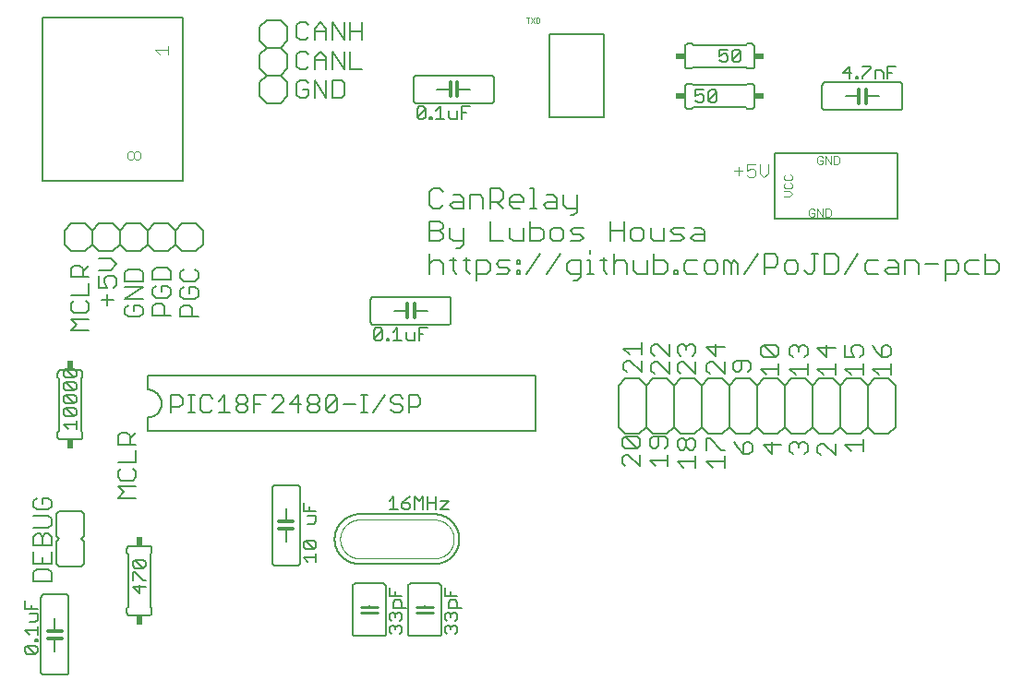
<source format=gto>
G75*
%MOIN*%
%OFA0B0*%
%FSLAX25Y25*%
%IPPOS*%
%LPD*%
%AMOC8*
5,1,8,0,0,1.08239X$1,22.5*
%
%ADD10C,0.00600*%
%ADD11C,0.00400*%
%ADD12C,0.01200*%
%ADD13C,0.00500*%
%ADD14C,0.00700*%
%ADD15C,0.01000*%
%ADD16C,0.00200*%
%ADD17C,0.00300*%
%ADD18R,0.02400X0.03400*%
%ADD19R,0.03400X0.02400*%
D10*
X0012000Y0012000D02*
X0012000Y0039000D01*
X0012002Y0039060D01*
X0012007Y0039121D01*
X0012016Y0039180D01*
X0012029Y0039239D01*
X0012045Y0039298D01*
X0012065Y0039355D01*
X0012088Y0039410D01*
X0012115Y0039465D01*
X0012144Y0039517D01*
X0012177Y0039568D01*
X0012213Y0039617D01*
X0012251Y0039663D01*
X0012293Y0039707D01*
X0012337Y0039749D01*
X0012383Y0039787D01*
X0012432Y0039823D01*
X0012483Y0039856D01*
X0012535Y0039885D01*
X0012590Y0039912D01*
X0012645Y0039935D01*
X0012702Y0039955D01*
X0012761Y0039971D01*
X0012820Y0039984D01*
X0012879Y0039993D01*
X0012940Y0039998D01*
X0013000Y0040000D01*
X0021000Y0040000D01*
X0021060Y0039998D01*
X0021121Y0039993D01*
X0021180Y0039984D01*
X0021239Y0039971D01*
X0021298Y0039955D01*
X0021355Y0039935D01*
X0021410Y0039912D01*
X0021465Y0039885D01*
X0021517Y0039856D01*
X0021568Y0039823D01*
X0021617Y0039787D01*
X0021663Y0039749D01*
X0021707Y0039707D01*
X0021749Y0039663D01*
X0021787Y0039617D01*
X0021823Y0039568D01*
X0021856Y0039517D01*
X0021885Y0039465D01*
X0021912Y0039410D01*
X0021935Y0039355D01*
X0021955Y0039298D01*
X0021971Y0039239D01*
X0021984Y0039180D01*
X0021993Y0039121D01*
X0021998Y0039060D01*
X0022000Y0039000D01*
X0022000Y0012000D01*
X0021998Y0011940D01*
X0021993Y0011879D01*
X0021984Y0011820D01*
X0021971Y0011761D01*
X0021955Y0011702D01*
X0021935Y0011645D01*
X0021912Y0011590D01*
X0021885Y0011535D01*
X0021856Y0011483D01*
X0021823Y0011432D01*
X0021787Y0011383D01*
X0021749Y0011337D01*
X0021707Y0011293D01*
X0021663Y0011251D01*
X0021617Y0011213D01*
X0021568Y0011177D01*
X0021517Y0011144D01*
X0021465Y0011115D01*
X0021410Y0011088D01*
X0021355Y0011065D01*
X0021298Y0011045D01*
X0021239Y0011029D01*
X0021180Y0011016D01*
X0021121Y0011007D01*
X0021060Y0011002D01*
X0021000Y0011000D01*
X0013000Y0011000D01*
X0012940Y0011002D01*
X0012879Y0011007D01*
X0012820Y0011016D01*
X0012761Y0011029D01*
X0012702Y0011045D01*
X0012645Y0011065D01*
X0012590Y0011088D01*
X0012535Y0011115D01*
X0012483Y0011144D01*
X0012432Y0011177D01*
X0012383Y0011213D01*
X0012337Y0011251D01*
X0012293Y0011293D01*
X0012251Y0011337D01*
X0012213Y0011383D01*
X0012177Y0011432D01*
X0012144Y0011483D01*
X0012115Y0011535D01*
X0012088Y0011590D01*
X0012065Y0011645D01*
X0012045Y0011702D01*
X0012029Y0011761D01*
X0012016Y0011820D01*
X0012007Y0011879D01*
X0012002Y0011940D01*
X0012000Y0012000D01*
X0017000Y0019500D02*
X0017000Y0024200D01*
X0017000Y0026700D02*
X0017000Y0031500D01*
X0015700Y0044800D02*
X0009295Y0044800D01*
X0009295Y0048003D01*
X0010362Y0049070D01*
X0014632Y0049070D01*
X0015700Y0048003D01*
X0015700Y0044800D01*
X0018500Y0050000D02*
X0017500Y0051000D01*
X0017500Y0059000D01*
X0018500Y0060000D01*
X0017500Y0061000D01*
X0017500Y0069000D01*
X0018500Y0070000D01*
X0026500Y0070000D01*
X0027500Y0069000D01*
X0027500Y0061000D01*
X0026500Y0060000D01*
X0027500Y0059000D01*
X0027500Y0051000D01*
X0026500Y0050000D01*
X0018500Y0050000D01*
X0015700Y0051245D02*
X0015700Y0055516D01*
X0015700Y0057691D02*
X0015700Y0060894D01*
X0014632Y0061961D01*
X0013565Y0061961D01*
X0012497Y0060894D01*
X0012497Y0057691D01*
X0009295Y0057691D02*
X0009295Y0060894D01*
X0010362Y0061961D01*
X0011430Y0061961D01*
X0012497Y0060894D01*
X0014632Y0064136D02*
X0009295Y0064136D01*
X0009295Y0068407D02*
X0014632Y0068407D01*
X0015700Y0067339D01*
X0015700Y0065204D01*
X0014632Y0064136D01*
X0015700Y0057691D02*
X0009295Y0057691D01*
X0009295Y0055516D02*
X0009295Y0051245D01*
X0015700Y0051245D01*
X0012497Y0051245D02*
X0012497Y0053381D01*
X0010362Y0070582D02*
X0014632Y0070582D01*
X0015700Y0071650D01*
X0015700Y0073785D01*
X0014632Y0074852D01*
X0012497Y0074852D01*
X0012497Y0072717D01*
X0010362Y0070582D02*
X0009295Y0071650D01*
X0009295Y0073785D01*
X0010362Y0074852D01*
X0019000Y0096000D02*
X0026000Y0096000D01*
X0026060Y0096002D01*
X0026121Y0096007D01*
X0026180Y0096016D01*
X0026239Y0096029D01*
X0026298Y0096045D01*
X0026355Y0096065D01*
X0026410Y0096088D01*
X0026465Y0096115D01*
X0026517Y0096144D01*
X0026568Y0096177D01*
X0026617Y0096213D01*
X0026663Y0096251D01*
X0026707Y0096293D01*
X0026749Y0096337D01*
X0026787Y0096383D01*
X0026823Y0096432D01*
X0026856Y0096483D01*
X0026885Y0096535D01*
X0026912Y0096590D01*
X0026935Y0096645D01*
X0026955Y0096702D01*
X0026971Y0096761D01*
X0026984Y0096820D01*
X0026993Y0096879D01*
X0026998Y0096940D01*
X0027000Y0097000D01*
X0027000Y0098500D01*
X0026500Y0099000D01*
X0026500Y0118000D01*
X0027000Y0118500D01*
X0027000Y0120000D01*
X0026998Y0120060D01*
X0026993Y0120121D01*
X0026984Y0120180D01*
X0026971Y0120239D01*
X0026955Y0120298D01*
X0026935Y0120355D01*
X0026912Y0120410D01*
X0026885Y0120465D01*
X0026856Y0120517D01*
X0026823Y0120568D01*
X0026787Y0120617D01*
X0026749Y0120663D01*
X0026707Y0120707D01*
X0026663Y0120749D01*
X0026617Y0120787D01*
X0026568Y0120823D01*
X0026517Y0120856D01*
X0026465Y0120885D01*
X0026410Y0120912D01*
X0026355Y0120935D01*
X0026298Y0120955D01*
X0026239Y0120971D01*
X0026180Y0120984D01*
X0026121Y0120993D01*
X0026060Y0120998D01*
X0026000Y0121000D01*
X0019000Y0121000D01*
X0018940Y0120998D01*
X0018879Y0120993D01*
X0018820Y0120984D01*
X0018761Y0120971D01*
X0018702Y0120955D01*
X0018645Y0120935D01*
X0018590Y0120912D01*
X0018535Y0120885D01*
X0018483Y0120856D01*
X0018432Y0120823D01*
X0018383Y0120787D01*
X0018337Y0120749D01*
X0018293Y0120707D01*
X0018251Y0120663D01*
X0018213Y0120617D01*
X0018177Y0120568D01*
X0018144Y0120517D01*
X0018115Y0120465D01*
X0018088Y0120410D01*
X0018065Y0120355D01*
X0018045Y0120298D01*
X0018029Y0120239D01*
X0018016Y0120180D01*
X0018007Y0120121D01*
X0018002Y0120060D01*
X0018000Y0120000D01*
X0018000Y0118500D01*
X0018500Y0118000D01*
X0018500Y0099000D01*
X0018000Y0098500D01*
X0018000Y0097000D01*
X0018002Y0096940D01*
X0018007Y0096879D01*
X0018016Y0096820D01*
X0018029Y0096761D01*
X0018045Y0096702D01*
X0018065Y0096645D01*
X0018088Y0096590D01*
X0018115Y0096535D01*
X0018144Y0096483D01*
X0018177Y0096432D01*
X0018213Y0096383D01*
X0018251Y0096337D01*
X0018293Y0096293D01*
X0018337Y0096251D01*
X0018383Y0096213D01*
X0018432Y0096177D01*
X0018483Y0096144D01*
X0018535Y0096115D01*
X0018590Y0096088D01*
X0018645Y0096065D01*
X0018702Y0096045D01*
X0018761Y0096029D01*
X0018820Y0096016D01*
X0018879Y0096007D01*
X0018940Y0096002D01*
X0019000Y0096000D01*
X0039795Y0097339D02*
X0039795Y0094136D01*
X0046200Y0094136D01*
X0044065Y0094136D02*
X0044065Y0097339D01*
X0042997Y0098407D01*
X0040862Y0098407D01*
X0039795Y0097339D01*
X0044065Y0096272D02*
X0046200Y0098407D01*
X0050500Y0099000D02*
X0050500Y0104000D01*
X0050640Y0104002D01*
X0050780Y0104008D01*
X0050920Y0104018D01*
X0051060Y0104031D01*
X0051199Y0104049D01*
X0051338Y0104071D01*
X0051475Y0104096D01*
X0051613Y0104125D01*
X0051749Y0104158D01*
X0051884Y0104195D01*
X0052018Y0104236D01*
X0052151Y0104281D01*
X0052283Y0104329D01*
X0052413Y0104381D01*
X0052542Y0104436D01*
X0052669Y0104495D01*
X0052795Y0104558D01*
X0052919Y0104624D01*
X0053040Y0104693D01*
X0053160Y0104766D01*
X0053278Y0104843D01*
X0053393Y0104922D01*
X0053507Y0105005D01*
X0053617Y0105091D01*
X0053726Y0105180D01*
X0053832Y0105272D01*
X0053935Y0105367D01*
X0054036Y0105464D01*
X0054133Y0105565D01*
X0054228Y0105668D01*
X0054320Y0105774D01*
X0054409Y0105883D01*
X0054495Y0105993D01*
X0054578Y0106107D01*
X0054657Y0106222D01*
X0054734Y0106340D01*
X0054807Y0106460D01*
X0054876Y0106581D01*
X0054942Y0106705D01*
X0055005Y0106831D01*
X0055064Y0106958D01*
X0055119Y0107087D01*
X0055171Y0107217D01*
X0055219Y0107349D01*
X0055264Y0107482D01*
X0055305Y0107616D01*
X0055342Y0107751D01*
X0055375Y0107887D01*
X0055404Y0108025D01*
X0055429Y0108162D01*
X0055451Y0108301D01*
X0055469Y0108440D01*
X0055482Y0108580D01*
X0055492Y0108720D01*
X0055498Y0108860D01*
X0055500Y0109000D01*
X0055498Y0109140D01*
X0055492Y0109280D01*
X0055482Y0109420D01*
X0055469Y0109560D01*
X0055451Y0109699D01*
X0055429Y0109838D01*
X0055404Y0109975D01*
X0055375Y0110113D01*
X0055342Y0110249D01*
X0055305Y0110384D01*
X0055264Y0110518D01*
X0055219Y0110651D01*
X0055171Y0110783D01*
X0055119Y0110913D01*
X0055064Y0111042D01*
X0055005Y0111169D01*
X0054942Y0111295D01*
X0054876Y0111419D01*
X0054807Y0111540D01*
X0054734Y0111660D01*
X0054657Y0111778D01*
X0054578Y0111893D01*
X0054495Y0112007D01*
X0054409Y0112117D01*
X0054320Y0112226D01*
X0054228Y0112332D01*
X0054133Y0112435D01*
X0054036Y0112536D01*
X0053935Y0112633D01*
X0053832Y0112728D01*
X0053726Y0112820D01*
X0053617Y0112909D01*
X0053507Y0112995D01*
X0053393Y0113078D01*
X0053278Y0113157D01*
X0053160Y0113234D01*
X0053040Y0113307D01*
X0052919Y0113376D01*
X0052795Y0113442D01*
X0052669Y0113505D01*
X0052542Y0113564D01*
X0052413Y0113619D01*
X0052283Y0113671D01*
X0052151Y0113719D01*
X0052018Y0113764D01*
X0051884Y0113805D01*
X0051749Y0113842D01*
X0051613Y0113875D01*
X0051475Y0113904D01*
X0051338Y0113929D01*
X0051199Y0113951D01*
X0051060Y0113969D01*
X0050920Y0113982D01*
X0050780Y0113992D01*
X0050640Y0113998D01*
X0050500Y0114000D01*
X0050500Y0119000D01*
X0190500Y0119000D01*
X0190500Y0099000D01*
X0051000Y0099000D01*
X0046200Y0091961D02*
X0046200Y0087691D01*
X0039795Y0087691D01*
X0040862Y0085516D02*
X0039795Y0084448D01*
X0039795Y0082313D01*
X0040862Y0081245D01*
X0045132Y0081245D01*
X0046200Y0082313D01*
X0046200Y0084448D01*
X0045132Y0085516D01*
X0046200Y0079070D02*
X0039795Y0079070D01*
X0041930Y0076935D01*
X0039795Y0074800D01*
X0046200Y0074800D01*
X0044000Y0057500D02*
X0051000Y0057500D01*
X0051060Y0057498D01*
X0051121Y0057493D01*
X0051180Y0057484D01*
X0051239Y0057471D01*
X0051298Y0057455D01*
X0051355Y0057435D01*
X0051410Y0057412D01*
X0051465Y0057385D01*
X0051517Y0057356D01*
X0051568Y0057323D01*
X0051617Y0057287D01*
X0051663Y0057249D01*
X0051707Y0057207D01*
X0051749Y0057163D01*
X0051787Y0057117D01*
X0051823Y0057068D01*
X0051856Y0057017D01*
X0051885Y0056965D01*
X0051912Y0056910D01*
X0051935Y0056855D01*
X0051955Y0056798D01*
X0051971Y0056739D01*
X0051984Y0056680D01*
X0051993Y0056621D01*
X0051998Y0056560D01*
X0052000Y0056500D01*
X0052000Y0055000D01*
X0051500Y0054500D01*
X0051500Y0035500D01*
X0052000Y0035000D01*
X0052000Y0033500D01*
X0051998Y0033440D01*
X0051993Y0033379D01*
X0051984Y0033320D01*
X0051971Y0033261D01*
X0051955Y0033202D01*
X0051935Y0033145D01*
X0051912Y0033090D01*
X0051885Y0033035D01*
X0051856Y0032983D01*
X0051823Y0032932D01*
X0051787Y0032883D01*
X0051749Y0032837D01*
X0051707Y0032793D01*
X0051663Y0032751D01*
X0051617Y0032713D01*
X0051568Y0032677D01*
X0051517Y0032644D01*
X0051465Y0032615D01*
X0051410Y0032588D01*
X0051355Y0032565D01*
X0051298Y0032545D01*
X0051239Y0032529D01*
X0051180Y0032516D01*
X0051121Y0032507D01*
X0051060Y0032502D01*
X0051000Y0032500D01*
X0044000Y0032500D01*
X0043940Y0032502D01*
X0043879Y0032507D01*
X0043820Y0032516D01*
X0043761Y0032529D01*
X0043702Y0032545D01*
X0043645Y0032565D01*
X0043590Y0032588D01*
X0043535Y0032615D01*
X0043483Y0032644D01*
X0043432Y0032677D01*
X0043383Y0032713D01*
X0043337Y0032751D01*
X0043293Y0032793D01*
X0043251Y0032837D01*
X0043213Y0032883D01*
X0043177Y0032932D01*
X0043144Y0032983D01*
X0043115Y0033035D01*
X0043088Y0033090D01*
X0043065Y0033145D01*
X0043045Y0033202D01*
X0043029Y0033261D01*
X0043016Y0033320D01*
X0043007Y0033379D01*
X0043002Y0033440D01*
X0043000Y0033500D01*
X0043000Y0035000D01*
X0043500Y0035500D01*
X0043500Y0054500D01*
X0043000Y0055000D01*
X0043000Y0056500D01*
X0043002Y0056560D01*
X0043007Y0056621D01*
X0043016Y0056680D01*
X0043029Y0056739D01*
X0043045Y0056798D01*
X0043065Y0056855D01*
X0043088Y0056910D01*
X0043115Y0056965D01*
X0043144Y0057017D01*
X0043177Y0057068D01*
X0043213Y0057117D01*
X0043251Y0057163D01*
X0043293Y0057207D01*
X0043337Y0057249D01*
X0043383Y0057287D01*
X0043432Y0057323D01*
X0043483Y0057356D01*
X0043535Y0057385D01*
X0043590Y0057412D01*
X0043645Y0057435D01*
X0043702Y0057455D01*
X0043761Y0057471D01*
X0043820Y0057484D01*
X0043879Y0057493D01*
X0043940Y0057498D01*
X0044000Y0057500D01*
X0095500Y0051500D02*
X0095500Y0078500D01*
X0095502Y0078560D01*
X0095507Y0078621D01*
X0095516Y0078680D01*
X0095529Y0078739D01*
X0095545Y0078798D01*
X0095565Y0078855D01*
X0095588Y0078910D01*
X0095615Y0078965D01*
X0095644Y0079017D01*
X0095677Y0079068D01*
X0095713Y0079117D01*
X0095751Y0079163D01*
X0095793Y0079207D01*
X0095837Y0079249D01*
X0095883Y0079287D01*
X0095932Y0079323D01*
X0095983Y0079356D01*
X0096035Y0079385D01*
X0096090Y0079412D01*
X0096145Y0079435D01*
X0096202Y0079455D01*
X0096261Y0079471D01*
X0096320Y0079484D01*
X0096379Y0079493D01*
X0096440Y0079498D01*
X0096500Y0079500D01*
X0104500Y0079500D01*
X0104560Y0079498D01*
X0104621Y0079493D01*
X0104680Y0079484D01*
X0104739Y0079471D01*
X0104798Y0079455D01*
X0104855Y0079435D01*
X0104910Y0079412D01*
X0104965Y0079385D01*
X0105017Y0079356D01*
X0105068Y0079323D01*
X0105117Y0079287D01*
X0105163Y0079249D01*
X0105207Y0079207D01*
X0105249Y0079163D01*
X0105287Y0079117D01*
X0105323Y0079068D01*
X0105356Y0079017D01*
X0105385Y0078965D01*
X0105412Y0078910D01*
X0105435Y0078855D01*
X0105455Y0078798D01*
X0105471Y0078739D01*
X0105484Y0078680D01*
X0105493Y0078621D01*
X0105498Y0078560D01*
X0105500Y0078500D01*
X0105500Y0051500D01*
X0105498Y0051440D01*
X0105493Y0051379D01*
X0105484Y0051320D01*
X0105471Y0051261D01*
X0105455Y0051202D01*
X0105435Y0051145D01*
X0105412Y0051090D01*
X0105385Y0051035D01*
X0105356Y0050983D01*
X0105323Y0050932D01*
X0105287Y0050883D01*
X0105249Y0050837D01*
X0105207Y0050793D01*
X0105163Y0050751D01*
X0105117Y0050713D01*
X0105068Y0050677D01*
X0105017Y0050644D01*
X0104965Y0050615D01*
X0104910Y0050588D01*
X0104855Y0050565D01*
X0104798Y0050545D01*
X0104739Y0050529D01*
X0104680Y0050516D01*
X0104621Y0050507D01*
X0104560Y0050502D01*
X0104500Y0050500D01*
X0096500Y0050500D01*
X0096440Y0050502D01*
X0096379Y0050507D01*
X0096320Y0050516D01*
X0096261Y0050529D01*
X0096202Y0050545D01*
X0096145Y0050565D01*
X0096090Y0050588D01*
X0096035Y0050615D01*
X0095983Y0050644D01*
X0095932Y0050677D01*
X0095883Y0050713D01*
X0095837Y0050751D01*
X0095793Y0050793D01*
X0095751Y0050837D01*
X0095713Y0050883D01*
X0095677Y0050932D01*
X0095644Y0050983D01*
X0095615Y0051035D01*
X0095588Y0051090D01*
X0095565Y0051145D01*
X0095545Y0051202D01*
X0095529Y0051261D01*
X0095516Y0051320D01*
X0095507Y0051379D01*
X0095502Y0051440D01*
X0095500Y0051500D01*
X0100500Y0059000D02*
X0100500Y0063800D01*
X0100500Y0066300D02*
X0100500Y0071000D01*
X0127000Y0069000D02*
X0154000Y0069000D01*
X0154219Y0068997D01*
X0154438Y0068989D01*
X0154657Y0068976D01*
X0154875Y0068957D01*
X0155093Y0068933D01*
X0155310Y0068904D01*
X0155527Y0068870D01*
X0155742Y0068830D01*
X0155957Y0068785D01*
X0156170Y0068734D01*
X0156382Y0068679D01*
X0156593Y0068618D01*
X0156802Y0068553D01*
X0157009Y0068482D01*
X0157215Y0068406D01*
X0157419Y0068325D01*
X0157621Y0068240D01*
X0157820Y0068149D01*
X0158017Y0068054D01*
X0158212Y0067953D01*
X0158405Y0067848D01*
X0158595Y0067739D01*
X0158782Y0067625D01*
X0158966Y0067506D01*
X0159147Y0067383D01*
X0159325Y0067255D01*
X0159501Y0067123D01*
X0159672Y0066987D01*
X0159841Y0066847D01*
X0160006Y0066703D01*
X0160167Y0066555D01*
X0160325Y0066403D01*
X0160479Y0066247D01*
X0160629Y0066087D01*
X0160776Y0065924D01*
X0160918Y0065757D01*
X0161056Y0065587D01*
X0161190Y0065413D01*
X0161320Y0065237D01*
X0161445Y0065057D01*
X0161566Y0064874D01*
X0161682Y0064688D01*
X0161794Y0064500D01*
X0161901Y0064309D01*
X0162004Y0064115D01*
X0162102Y0063919D01*
X0162195Y0063721D01*
X0162283Y0063520D01*
X0162366Y0063317D01*
X0162445Y0063112D01*
X0162518Y0062906D01*
X0162586Y0062698D01*
X0162649Y0062488D01*
X0162707Y0062276D01*
X0162760Y0062064D01*
X0162808Y0061850D01*
X0162850Y0061635D01*
X0162887Y0061419D01*
X0162919Y0061202D01*
X0162946Y0060984D01*
X0162967Y0060766D01*
X0162983Y0060548D01*
X0162994Y0060329D01*
X0162999Y0060110D01*
X0162999Y0059890D01*
X0162994Y0059671D01*
X0162983Y0059452D01*
X0162967Y0059234D01*
X0162946Y0059016D01*
X0162919Y0058798D01*
X0162887Y0058581D01*
X0162850Y0058365D01*
X0162808Y0058150D01*
X0162760Y0057936D01*
X0162707Y0057724D01*
X0162649Y0057512D01*
X0162586Y0057302D01*
X0162518Y0057094D01*
X0162445Y0056888D01*
X0162366Y0056683D01*
X0162283Y0056480D01*
X0162195Y0056279D01*
X0162102Y0056081D01*
X0162004Y0055885D01*
X0161901Y0055691D01*
X0161794Y0055500D01*
X0161682Y0055312D01*
X0161566Y0055126D01*
X0161445Y0054943D01*
X0161320Y0054763D01*
X0161190Y0054587D01*
X0161056Y0054413D01*
X0160918Y0054243D01*
X0160776Y0054076D01*
X0160629Y0053913D01*
X0160479Y0053753D01*
X0160325Y0053597D01*
X0160167Y0053445D01*
X0160006Y0053297D01*
X0159841Y0053153D01*
X0159672Y0053013D01*
X0159501Y0052877D01*
X0159325Y0052745D01*
X0159147Y0052617D01*
X0158966Y0052494D01*
X0158782Y0052375D01*
X0158595Y0052261D01*
X0158405Y0052152D01*
X0158212Y0052047D01*
X0158017Y0051946D01*
X0157820Y0051851D01*
X0157621Y0051760D01*
X0157419Y0051675D01*
X0157215Y0051594D01*
X0157009Y0051518D01*
X0156802Y0051447D01*
X0156593Y0051382D01*
X0156382Y0051321D01*
X0156170Y0051266D01*
X0155957Y0051215D01*
X0155742Y0051170D01*
X0155527Y0051130D01*
X0155310Y0051096D01*
X0155093Y0051067D01*
X0154875Y0051043D01*
X0154657Y0051024D01*
X0154438Y0051011D01*
X0154219Y0051003D01*
X0154000Y0051000D01*
X0127000Y0051000D01*
X0125500Y0044000D02*
X0135500Y0044000D01*
X0135560Y0043998D01*
X0135621Y0043993D01*
X0135680Y0043984D01*
X0135739Y0043971D01*
X0135798Y0043955D01*
X0135855Y0043935D01*
X0135910Y0043912D01*
X0135965Y0043885D01*
X0136017Y0043856D01*
X0136068Y0043823D01*
X0136117Y0043787D01*
X0136163Y0043749D01*
X0136207Y0043707D01*
X0136249Y0043663D01*
X0136287Y0043617D01*
X0136323Y0043568D01*
X0136356Y0043517D01*
X0136385Y0043465D01*
X0136412Y0043410D01*
X0136435Y0043355D01*
X0136455Y0043298D01*
X0136471Y0043239D01*
X0136484Y0043180D01*
X0136493Y0043121D01*
X0136498Y0043060D01*
X0136500Y0043000D01*
X0136500Y0026000D01*
X0136498Y0025940D01*
X0136493Y0025879D01*
X0136484Y0025820D01*
X0136471Y0025761D01*
X0136455Y0025702D01*
X0136435Y0025645D01*
X0136412Y0025590D01*
X0136385Y0025535D01*
X0136356Y0025483D01*
X0136323Y0025432D01*
X0136287Y0025383D01*
X0136249Y0025337D01*
X0136207Y0025293D01*
X0136163Y0025251D01*
X0136117Y0025213D01*
X0136068Y0025177D01*
X0136017Y0025144D01*
X0135965Y0025115D01*
X0135910Y0025088D01*
X0135855Y0025065D01*
X0135798Y0025045D01*
X0135739Y0025029D01*
X0135680Y0025016D01*
X0135621Y0025007D01*
X0135560Y0025002D01*
X0135500Y0025000D01*
X0125500Y0025000D01*
X0125440Y0025002D01*
X0125379Y0025007D01*
X0125320Y0025016D01*
X0125261Y0025029D01*
X0125202Y0025045D01*
X0125145Y0025065D01*
X0125090Y0025088D01*
X0125035Y0025115D01*
X0124983Y0025144D01*
X0124932Y0025177D01*
X0124883Y0025213D01*
X0124837Y0025251D01*
X0124793Y0025293D01*
X0124751Y0025337D01*
X0124713Y0025383D01*
X0124677Y0025432D01*
X0124644Y0025483D01*
X0124615Y0025535D01*
X0124588Y0025590D01*
X0124565Y0025645D01*
X0124545Y0025702D01*
X0124529Y0025761D01*
X0124516Y0025820D01*
X0124507Y0025879D01*
X0124502Y0025940D01*
X0124500Y0026000D01*
X0124500Y0043000D01*
X0124502Y0043060D01*
X0124507Y0043121D01*
X0124516Y0043180D01*
X0124529Y0043239D01*
X0124545Y0043298D01*
X0124565Y0043355D01*
X0124588Y0043410D01*
X0124615Y0043465D01*
X0124644Y0043517D01*
X0124677Y0043568D01*
X0124713Y0043617D01*
X0124751Y0043663D01*
X0124793Y0043707D01*
X0124837Y0043749D01*
X0124883Y0043787D01*
X0124932Y0043823D01*
X0124983Y0043856D01*
X0125035Y0043885D01*
X0125090Y0043912D01*
X0125145Y0043935D01*
X0125202Y0043955D01*
X0125261Y0043971D01*
X0125320Y0043984D01*
X0125379Y0043993D01*
X0125440Y0043998D01*
X0125500Y0044000D01*
X0130500Y0036000D02*
X0130500Y0035500D01*
X0130500Y0033500D02*
X0130500Y0033000D01*
X0144500Y0026000D02*
X0144500Y0043000D01*
X0144502Y0043060D01*
X0144507Y0043121D01*
X0144516Y0043180D01*
X0144529Y0043239D01*
X0144545Y0043298D01*
X0144565Y0043355D01*
X0144588Y0043410D01*
X0144615Y0043465D01*
X0144644Y0043517D01*
X0144677Y0043568D01*
X0144713Y0043617D01*
X0144751Y0043663D01*
X0144793Y0043707D01*
X0144837Y0043749D01*
X0144883Y0043787D01*
X0144932Y0043823D01*
X0144983Y0043856D01*
X0145035Y0043885D01*
X0145090Y0043912D01*
X0145145Y0043935D01*
X0145202Y0043955D01*
X0145261Y0043971D01*
X0145320Y0043984D01*
X0145379Y0043993D01*
X0145440Y0043998D01*
X0145500Y0044000D01*
X0155500Y0044000D01*
X0155560Y0043998D01*
X0155621Y0043993D01*
X0155680Y0043984D01*
X0155739Y0043971D01*
X0155798Y0043955D01*
X0155855Y0043935D01*
X0155910Y0043912D01*
X0155965Y0043885D01*
X0156017Y0043856D01*
X0156068Y0043823D01*
X0156117Y0043787D01*
X0156163Y0043749D01*
X0156207Y0043707D01*
X0156249Y0043663D01*
X0156287Y0043617D01*
X0156323Y0043568D01*
X0156356Y0043517D01*
X0156385Y0043465D01*
X0156412Y0043410D01*
X0156435Y0043355D01*
X0156455Y0043298D01*
X0156471Y0043239D01*
X0156484Y0043180D01*
X0156493Y0043121D01*
X0156498Y0043060D01*
X0156500Y0043000D01*
X0156500Y0026000D01*
X0156498Y0025940D01*
X0156493Y0025879D01*
X0156484Y0025820D01*
X0156471Y0025761D01*
X0156455Y0025702D01*
X0156435Y0025645D01*
X0156412Y0025590D01*
X0156385Y0025535D01*
X0156356Y0025483D01*
X0156323Y0025432D01*
X0156287Y0025383D01*
X0156249Y0025337D01*
X0156207Y0025293D01*
X0156163Y0025251D01*
X0156117Y0025213D01*
X0156068Y0025177D01*
X0156017Y0025144D01*
X0155965Y0025115D01*
X0155910Y0025088D01*
X0155855Y0025065D01*
X0155798Y0025045D01*
X0155739Y0025029D01*
X0155680Y0025016D01*
X0155621Y0025007D01*
X0155560Y0025002D01*
X0155500Y0025000D01*
X0145500Y0025000D01*
X0145440Y0025002D01*
X0145379Y0025007D01*
X0145320Y0025016D01*
X0145261Y0025029D01*
X0145202Y0025045D01*
X0145145Y0025065D01*
X0145090Y0025088D01*
X0145035Y0025115D01*
X0144983Y0025144D01*
X0144932Y0025177D01*
X0144883Y0025213D01*
X0144837Y0025251D01*
X0144793Y0025293D01*
X0144751Y0025337D01*
X0144713Y0025383D01*
X0144677Y0025432D01*
X0144644Y0025483D01*
X0144615Y0025535D01*
X0144588Y0025590D01*
X0144565Y0025645D01*
X0144545Y0025702D01*
X0144529Y0025761D01*
X0144516Y0025820D01*
X0144507Y0025879D01*
X0144502Y0025940D01*
X0144500Y0026000D01*
X0150500Y0033000D02*
X0150500Y0033500D01*
X0150500Y0035500D02*
X0150500Y0036000D01*
X0127000Y0051000D02*
X0126781Y0051003D01*
X0126562Y0051011D01*
X0126343Y0051024D01*
X0126125Y0051043D01*
X0125907Y0051067D01*
X0125690Y0051096D01*
X0125473Y0051130D01*
X0125258Y0051170D01*
X0125043Y0051215D01*
X0124830Y0051266D01*
X0124618Y0051321D01*
X0124407Y0051382D01*
X0124198Y0051447D01*
X0123991Y0051518D01*
X0123785Y0051594D01*
X0123581Y0051675D01*
X0123379Y0051760D01*
X0123180Y0051851D01*
X0122983Y0051946D01*
X0122788Y0052047D01*
X0122595Y0052152D01*
X0122405Y0052261D01*
X0122218Y0052375D01*
X0122034Y0052494D01*
X0121853Y0052617D01*
X0121675Y0052745D01*
X0121499Y0052877D01*
X0121328Y0053013D01*
X0121159Y0053153D01*
X0120994Y0053297D01*
X0120833Y0053445D01*
X0120675Y0053597D01*
X0120521Y0053753D01*
X0120371Y0053913D01*
X0120224Y0054076D01*
X0120082Y0054243D01*
X0119944Y0054413D01*
X0119810Y0054587D01*
X0119680Y0054763D01*
X0119555Y0054943D01*
X0119434Y0055126D01*
X0119318Y0055312D01*
X0119206Y0055500D01*
X0119099Y0055691D01*
X0118996Y0055885D01*
X0118898Y0056081D01*
X0118805Y0056279D01*
X0118717Y0056480D01*
X0118634Y0056683D01*
X0118555Y0056888D01*
X0118482Y0057094D01*
X0118414Y0057302D01*
X0118351Y0057512D01*
X0118293Y0057724D01*
X0118240Y0057936D01*
X0118192Y0058150D01*
X0118150Y0058365D01*
X0118113Y0058581D01*
X0118081Y0058798D01*
X0118054Y0059016D01*
X0118033Y0059234D01*
X0118017Y0059452D01*
X0118006Y0059671D01*
X0118001Y0059890D01*
X0118001Y0060110D01*
X0118006Y0060329D01*
X0118017Y0060548D01*
X0118033Y0060766D01*
X0118054Y0060984D01*
X0118081Y0061202D01*
X0118113Y0061419D01*
X0118150Y0061635D01*
X0118192Y0061850D01*
X0118240Y0062064D01*
X0118293Y0062276D01*
X0118351Y0062488D01*
X0118414Y0062698D01*
X0118482Y0062906D01*
X0118555Y0063112D01*
X0118634Y0063317D01*
X0118717Y0063520D01*
X0118805Y0063721D01*
X0118898Y0063919D01*
X0118996Y0064115D01*
X0119099Y0064309D01*
X0119206Y0064500D01*
X0119318Y0064688D01*
X0119434Y0064874D01*
X0119555Y0065057D01*
X0119680Y0065237D01*
X0119810Y0065413D01*
X0119944Y0065587D01*
X0120082Y0065757D01*
X0120224Y0065924D01*
X0120371Y0066087D01*
X0120521Y0066247D01*
X0120675Y0066403D01*
X0120833Y0066555D01*
X0120994Y0066703D01*
X0121159Y0066847D01*
X0121328Y0066987D01*
X0121499Y0067123D01*
X0121675Y0067255D01*
X0121853Y0067383D01*
X0122034Y0067506D01*
X0122218Y0067625D01*
X0122405Y0067739D01*
X0122595Y0067848D01*
X0122788Y0067953D01*
X0122983Y0068054D01*
X0123180Y0068149D01*
X0123379Y0068240D01*
X0123581Y0068325D01*
X0123785Y0068406D01*
X0123991Y0068482D01*
X0124198Y0068553D01*
X0124407Y0068618D01*
X0124618Y0068679D01*
X0124830Y0068734D01*
X0125043Y0068785D01*
X0125258Y0068830D01*
X0125473Y0068870D01*
X0125690Y0068904D01*
X0125907Y0068933D01*
X0126125Y0068957D01*
X0126343Y0068976D01*
X0126562Y0068989D01*
X0126781Y0068997D01*
X0127000Y0069000D01*
X0132000Y0137500D02*
X0159000Y0137500D01*
X0159060Y0137502D01*
X0159121Y0137507D01*
X0159180Y0137516D01*
X0159239Y0137529D01*
X0159298Y0137545D01*
X0159355Y0137565D01*
X0159410Y0137588D01*
X0159465Y0137615D01*
X0159517Y0137644D01*
X0159568Y0137677D01*
X0159617Y0137713D01*
X0159663Y0137751D01*
X0159707Y0137793D01*
X0159749Y0137837D01*
X0159787Y0137883D01*
X0159823Y0137932D01*
X0159856Y0137983D01*
X0159885Y0138035D01*
X0159912Y0138090D01*
X0159935Y0138145D01*
X0159955Y0138202D01*
X0159971Y0138261D01*
X0159984Y0138320D01*
X0159993Y0138379D01*
X0159998Y0138440D01*
X0160000Y0138500D01*
X0160000Y0146500D01*
X0159998Y0146560D01*
X0159993Y0146621D01*
X0159984Y0146680D01*
X0159971Y0146739D01*
X0159955Y0146798D01*
X0159935Y0146855D01*
X0159912Y0146910D01*
X0159885Y0146965D01*
X0159856Y0147017D01*
X0159823Y0147068D01*
X0159787Y0147117D01*
X0159749Y0147163D01*
X0159707Y0147207D01*
X0159663Y0147249D01*
X0159617Y0147287D01*
X0159568Y0147323D01*
X0159517Y0147356D01*
X0159465Y0147385D01*
X0159410Y0147412D01*
X0159355Y0147435D01*
X0159298Y0147455D01*
X0159239Y0147471D01*
X0159180Y0147484D01*
X0159121Y0147493D01*
X0159060Y0147498D01*
X0159000Y0147500D01*
X0132000Y0147500D01*
X0131940Y0147498D01*
X0131879Y0147493D01*
X0131820Y0147484D01*
X0131761Y0147471D01*
X0131702Y0147455D01*
X0131645Y0147435D01*
X0131590Y0147412D01*
X0131535Y0147385D01*
X0131483Y0147356D01*
X0131432Y0147323D01*
X0131383Y0147287D01*
X0131337Y0147249D01*
X0131293Y0147207D01*
X0131251Y0147163D01*
X0131213Y0147117D01*
X0131177Y0147068D01*
X0131144Y0147017D01*
X0131115Y0146965D01*
X0131088Y0146910D01*
X0131065Y0146855D01*
X0131045Y0146798D01*
X0131029Y0146739D01*
X0131016Y0146680D01*
X0131007Y0146621D01*
X0131002Y0146560D01*
X0131000Y0146500D01*
X0131000Y0138500D01*
X0131002Y0138440D01*
X0131007Y0138379D01*
X0131016Y0138320D01*
X0131029Y0138261D01*
X0131045Y0138202D01*
X0131065Y0138145D01*
X0131088Y0138090D01*
X0131115Y0138035D01*
X0131144Y0137983D01*
X0131177Y0137932D01*
X0131213Y0137883D01*
X0131251Y0137837D01*
X0131293Y0137793D01*
X0131337Y0137751D01*
X0131383Y0137713D01*
X0131432Y0137677D01*
X0131483Y0137644D01*
X0131535Y0137615D01*
X0131590Y0137588D01*
X0131645Y0137565D01*
X0131702Y0137545D01*
X0131761Y0137529D01*
X0131820Y0137516D01*
X0131879Y0137507D01*
X0131940Y0137502D01*
X0132000Y0137500D01*
X0139500Y0142500D02*
X0144300Y0142500D01*
X0146800Y0142500D02*
X0151500Y0142500D01*
X0152300Y0155800D02*
X0152300Y0163080D01*
X0153513Y0160653D02*
X0152300Y0159440D01*
X0153513Y0160653D02*
X0155940Y0160653D01*
X0157153Y0159440D01*
X0157153Y0155800D01*
X0160764Y0157013D02*
X0161977Y0155800D01*
X0160764Y0157013D02*
X0160764Y0161867D01*
X0159550Y0160653D02*
X0161977Y0160653D01*
X0164384Y0160653D02*
X0166811Y0160653D01*
X0165597Y0161867D02*
X0165597Y0157013D01*
X0166811Y0155800D01*
X0169217Y0155800D02*
X0172857Y0155800D01*
X0174071Y0157013D01*
X0174071Y0159440D01*
X0172857Y0160653D01*
X0169217Y0160653D01*
X0169217Y0153373D01*
X0176468Y0155800D02*
X0180108Y0155800D01*
X0181321Y0157013D01*
X0180108Y0158227D01*
X0177681Y0158227D01*
X0176468Y0159440D01*
X0177681Y0160653D01*
X0181321Y0160653D01*
X0183718Y0160653D02*
X0183718Y0159440D01*
X0184931Y0159440D01*
X0184931Y0160653D01*
X0183718Y0160653D01*
X0183718Y0157013D02*
X0183718Y0155800D01*
X0184931Y0155800D01*
X0184931Y0157013D01*
X0183718Y0157013D01*
X0187343Y0155800D02*
X0192197Y0163080D01*
X0192192Y0167611D02*
X0188551Y0167611D01*
X0188551Y0174891D01*
X0188551Y0172465D02*
X0192192Y0172465D01*
X0193405Y0171251D01*
X0193405Y0168824D01*
X0192192Y0167611D01*
X0195802Y0168824D02*
X0195802Y0171251D01*
X0197015Y0172465D01*
X0199442Y0172465D01*
X0200655Y0171251D01*
X0200655Y0168824D01*
X0199442Y0167611D01*
X0197015Y0167611D01*
X0195802Y0168824D01*
X0199447Y0163080D02*
X0194593Y0155800D01*
X0201844Y0157013D02*
X0201844Y0159440D01*
X0203057Y0160653D01*
X0206697Y0160653D01*
X0206697Y0154587D01*
X0205484Y0153373D01*
X0204270Y0153373D01*
X0203057Y0155800D02*
X0206697Y0155800D01*
X0209094Y0155800D02*
X0211521Y0155800D01*
X0210307Y0155800D02*
X0210307Y0160653D01*
X0209094Y0160653D01*
X0210307Y0163080D02*
X0210307Y0164294D01*
X0206692Y0167611D02*
X0207905Y0168824D01*
X0206692Y0170038D01*
X0204265Y0170038D01*
X0203052Y0171251D01*
X0204265Y0172465D01*
X0207905Y0172465D01*
X0206692Y0167611D02*
X0203052Y0167611D01*
X0213927Y0160653D02*
X0216354Y0160653D01*
X0215141Y0161867D02*
X0215141Y0157013D01*
X0216354Y0155800D01*
X0218761Y0155800D02*
X0218761Y0163080D01*
X0219974Y0160653D02*
X0222401Y0160653D01*
X0223614Y0159440D01*
X0223614Y0155800D01*
X0226011Y0157013D02*
X0227225Y0155800D01*
X0230865Y0155800D01*
X0230865Y0160653D01*
X0233262Y0160653D02*
X0236902Y0160653D01*
X0238115Y0159440D01*
X0238115Y0157013D01*
X0236902Y0155800D01*
X0233262Y0155800D01*
X0233262Y0163080D01*
X0233266Y0167611D02*
X0232053Y0168824D01*
X0232053Y0172465D01*
X0229656Y0171251D02*
X0228443Y0172465D01*
X0226016Y0172465D01*
X0224803Y0171251D01*
X0224803Y0168824D01*
X0226016Y0167611D01*
X0228443Y0167611D01*
X0229656Y0168824D01*
X0229656Y0171251D01*
X0233266Y0167611D02*
X0236907Y0167611D01*
X0236907Y0172465D01*
X0239303Y0171251D02*
X0240517Y0172465D01*
X0244157Y0172465D01*
X0242944Y0170038D02*
X0240517Y0170038D01*
X0239303Y0171251D01*
X0239303Y0167611D02*
X0242944Y0167611D01*
X0244157Y0168824D01*
X0242944Y0170038D01*
X0246554Y0168824D02*
X0247767Y0170038D01*
X0251407Y0170038D01*
X0251407Y0171251D02*
X0251407Y0167611D01*
X0247767Y0167611D01*
X0246554Y0168824D01*
X0247767Y0172465D02*
X0250194Y0172465D01*
X0251407Y0171251D01*
X0252601Y0160653D02*
X0251387Y0159440D01*
X0251387Y0157013D01*
X0252601Y0155800D01*
X0255027Y0155800D01*
X0256241Y0157013D01*
X0256241Y0159440D01*
X0255027Y0160653D01*
X0252601Y0160653D01*
X0248990Y0160653D02*
X0245350Y0160653D01*
X0244137Y0159440D01*
X0244137Y0157013D01*
X0245350Y0155800D01*
X0248990Y0155800D01*
X0241725Y0155800D02*
X0240512Y0155800D01*
X0240512Y0157013D01*
X0241725Y0157013D01*
X0241725Y0155800D01*
X0226011Y0157013D02*
X0226011Y0160653D01*
X0219974Y0160653D02*
X0218761Y0159440D01*
X0217553Y0167611D02*
X0217553Y0174891D01*
X0217553Y0171251D02*
X0222406Y0171251D01*
X0222406Y0174891D02*
X0222406Y0167611D01*
X0205489Y0178209D02*
X0204275Y0176995D01*
X0203062Y0176995D01*
X0205489Y0178209D02*
X0205489Y0184276D01*
X0200635Y0184276D02*
X0200635Y0180635D01*
X0201849Y0179422D01*
X0205489Y0179422D01*
X0198238Y0179422D02*
X0194598Y0179422D01*
X0193385Y0180635D01*
X0194598Y0181849D01*
X0198238Y0181849D01*
X0198238Y0183062D02*
X0198238Y0179422D01*
X0198238Y0183062D02*
X0197025Y0184276D01*
X0194598Y0184276D01*
X0189765Y0186702D02*
X0189765Y0179422D01*
X0190978Y0179422D02*
X0188551Y0179422D01*
X0186155Y0181849D02*
X0181301Y0181849D01*
X0181301Y0183062D02*
X0181301Y0180635D01*
X0182514Y0179422D01*
X0184941Y0179422D01*
X0186155Y0181849D02*
X0186155Y0183062D01*
X0184941Y0184276D01*
X0182514Y0184276D01*
X0181301Y0183062D01*
X0178904Y0183062D02*
X0177691Y0181849D01*
X0174051Y0181849D01*
X0176478Y0181849D02*
X0178904Y0179422D01*
X0178904Y0183062D02*
X0178904Y0185489D01*
X0177691Y0186702D01*
X0174051Y0186702D01*
X0174051Y0179422D01*
X0171654Y0179422D02*
X0171654Y0183062D01*
X0170441Y0184276D01*
X0166801Y0184276D01*
X0166801Y0179422D01*
X0164404Y0179422D02*
X0160764Y0179422D01*
X0159550Y0180635D01*
X0160764Y0181849D01*
X0164404Y0181849D01*
X0164404Y0183062D02*
X0164404Y0179422D01*
X0164404Y0183062D02*
X0163190Y0184276D01*
X0160764Y0184276D01*
X0157153Y0185489D02*
X0155940Y0186702D01*
X0153513Y0186702D01*
X0152300Y0185489D01*
X0152300Y0180635D01*
X0153513Y0179422D01*
X0155940Y0179422D01*
X0157153Y0180635D01*
X0155940Y0174891D02*
X0152300Y0174891D01*
X0152300Y0167611D01*
X0155940Y0167611D01*
X0157153Y0168824D01*
X0157153Y0170038D01*
X0155940Y0171251D01*
X0152300Y0171251D01*
X0155940Y0171251D02*
X0157153Y0172465D01*
X0157153Y0173678D01*
X0155940Y0174891D01*
X0159550Y0172465D02*
X0159550Y0168824D01*
X0160764Y0167611D01*
X0164404Y0167611D01*
X0164404Y0166398D02*
X0163190Y0165184D01*
X0161977Y0165184D01*
X0164404Y0166398D02*
X0164404Y0172465D01*
X0174051Y0174891D02*
X0174051Y0167611D01*
X0178904Y0167611D01*
X0181301Y0168824D02*
X0182514Y0167611D01*
X0186155Y0167611D01*
X0186155Y0172465D01*
X0181301Y0172465D02*
X0181301Y0168824D01*
X0201844Y0157013D02*
X0203057Y0155800D01*
X0228700Y0131016D02*
X0228700Y0126745D01*
X0228700Y0128881D02*
X0222295Y0128881D01*
X0224430Y0126745D01*
X0224430Y0124570D02*
X0223362Y0124570D01*
X0222295Y0123503D01*
X0222295Y0121368D01*
X0223362Y0120300D01*
X0223000Y0118000D02*
X0228000Y0118000D01*
X0230500Y0115500D01*
X0230500Y0100500D01*
X0233000Y0098000D01*
X0238000Y0098000D01*
X0240500Y0100500D01*
X0240500Y0115500D01*
X0243000Y0118000D01*
X0248000Y0118000D01*
X0250500Y0115500D01*
X0250500Y0100500D01*
X0253000Y0098000D01*
X0258000Y0098000D01*
X0260500Y0100500D01*
X0260500Y0115500D01*
X0263000Y0118000D01*
X0268000Y0118000D01*
X0270500Y0115500D01*
X0270500Y0100500D01*
X0273000Y0098000D01*
X0278000Y0098000D01*
X0280500Y0100500D01*
X0280500Y0115500D01*
X0283000Y0118000D01*
X0288000Y0118000D01*
X0290500Y0115500D01*
X0290500Y0100500D01*
X0288000Y0098000D01*
X0283000Y0098000D01*
X0280500Y0100500D01*
X0283362Y0095070D02*
X0284430Y0095070D01*
X0285497Y0094003D01*
X0286565Y0095070D01*
X0287632Y0095070D01*
X0288700Y0094003D01*
X0288700Y0091868D01*
X0287632Y0090800D01*
X0285497Y0092935D02*
X0285497Y0094003D01*
X0283362Y0095070D02*
X0282295Y0094003D01*
X0282295Y0091868D01*
X0283362Y0090800D01*
X0279200Y0094003D02*
X0272795Y0094003D01*
X0275997Y0090800D01*
X0275997Y0095070D01*
X0268700Y0094003D02*
X0268700Y0091868D01*
X0267632Y0090800D01*
X0265497Y0090800D01*
X0265497Y0094003D01*
X0266565Y0095070D01*
X0267632Y0095070D01*
X0268700Y0094003D01*
X0268000Y0098000D02*
X0263000Y0098000D01*
X0260500Y0100500D01*
X0262295Y0095070D02*
X0263362Y0092935D01*
X0265497Y0090800D01*
X0258700Y0090070D02*
X0258700Y0085800D01*
X0258700Y0087935D02*
X0252295Y0087935D01*
X0254430Y0085800D01*
X0248200Y0085800D02*
X0248200Y0090070D01*
X0248200Y0087935D02*
X0241795Y0087935D01*
X0243930Y0085800D01*
X0238200Y0086300D02*
X0238200Y0090570D01*
X0238200Y0088435D02*
X0231795Y0088435D01*
X0233930Y0086300D01*
X0228200Y0086300D02*
X0223930Y0090570D01*
X0222862Y0090570D01*
X0221795Y0089503D01*
X0221795Y0087368D01*
X0222862Y0086300D01*
X0228200Y0086300D02*
X0228200Y0090570D01*
X0227132Y0092745D02*
X0222862Y0092745D01*
X0221795Y0093813D01*
X0221795Y0095948D01*
X0222862Y0097016D01*
X0227132Y0092745D01*
X0228200Y0093813D01*
X0228200Y0095948D01*
X0227132Y0097016D01*
X0222862Y0097016D01*
X0223000Y0098000D02*
X0228000Y0098000D01*
X0230500Y0100500D01*
X0232862Y0097016D02*
X0231795Y0095948D01*
X0231795Y0093813D01*
X0232862Y0092745D01*
X0233930Y0092745D01*
X0234997Y0093813D01*
X0234997Y0097016D01*
X0237132Y0097016D02*
X0232862Y0097016D01*
X0237132Y0097016D02*
X0238200Y0095948D01*
X0238200Y0093813D01*
X0237132Y0092745D01*
X0241795Y0093313D02*
X0241795Y0095448D01*
X0242862Y0096516D01*
X0243930Y0096516D01*
X0244997Y0095448D01*
X0244997Y0093313D01*
X0243930Y0092245D01*
X0242862Y0092245D01*
X0241795Y0093313D01*
X0244997Y0093313D02*
X0246065Y0092245D01*
X0247132Y0092245D01*
X0248200Y0093313D01*
X0248200Y0095448D01*
X0247132Y0096516D01*
X0246065Y0096516D01*
X0244997Y0095448D01*
X0243000Y0098000D02*
X0248000Y0098000D01*
X0250500Y0100500D01*
X0252295Y0096516D02*
X0253362Y0096516D01*
X0257632Y0092245D01*
X0258700Y0092245D01*
X0252295Y0092245D02*
X0252295Y0096516D01*
X0243000Y0098000D02*
X0240500Y0100500D01*
X0223000Y0098000D02*
X0220500Y0100500D01*
X0220500Y0115500D01*
X0223000Y0118000D01*
X0228700Y0120300D02*
X0224430Y0124570D01*
X0228700Y0124570D02*
X0228700Y0120300D01*
X0232295Y0120868D02*
X0232295Y0123003D01*
X0233362Y0124070D01*
X0234430Y0124070D01*
X0238700Y0119800D01*
X0238700Y0124070D01*
X0238700Y0126245D02*
X0234430Y0130516D01*
X0233362Y0130516D01*
X0232295Y0129448D01*
X0232295Y0127313D01*
X0233362Y0126245D01*
X0238700Y0126245D02*
X0238700Y0130516D01*
X0241795Y0129448D02*
X0242862Y0130516D01*
X0243930Y0130516D01*
X0244997Y0129448D01*
X0246065Y0130516D01*
X0247132Y0130516D01*
X0248200Y0129448D01*
X0248200Y0127313D01*
X0247132Y0126245D01*
X0248200Y0124070D02*
X0248200Y0119800D01*
X0243930Y0124070D01*
X0242862Y0124070D01*
X0241795Y0123003D01*
X0241795Y0120868D01*
X0242862Y0119800D01*
X0240500Y0115500D02*
X0238000Y0118000D01*
X0233000Y0118000D01*
X0230500Y0115500D01*
X0233362Y0119800D02*
X0232295Y0120868D01*
X0241795Y0127313D02*
X0241795Y0129448D01*
X0241795Y0127313D02*
X0242862Y0126245D01*
X0244997Y0128381D02*
X0244997Y0129448D01*
X0252295Y0129448D02*
X0255497Y0126245D01*
X0255497Y0130516D01*
X0252295Y0129448D02*
X0258700Y0129448D01*
X0258700Y0124070D02*
X0258700Y0119800D01*
X0254430Y0124070D01*
X0253362Y0124070D01*
X0252295Y0123003D01*
X0252295Y0120868D01*
X0253362Y0119800D01*
X0253000Y0118000D02*
X0258000Y0118000D01*
X0260500Y0115500D01*
X0262862Y0120300D02*
X0263930Y0120300D01*
X0264997Y0121368D01*
X0264997Y0124570D01*
X0262862Y0124570D02*
X0261795Y0123503D01*
X0261795Y0121368D01*
X0262862Y0120300D01*
X0262862Y0124570D02*
X0267132Y0124570D01*
X0268200Y0123503D01*
X0268200Y0121368D01*
X0267132Y0120300D01*
X0271795Y0121435D02*
X0278200Y0121435D01*
X0278200Y0119300D02*
X0278200Y0123570D01*
X0277132Y0125745D02*
X0272862Y0125745D01*
X0271795Y0126813D01*
X0271795Y0128948D01*
X0272862Y0130016D01*
X0277132Y0125745D01*
X0278200Y0126813D01*
X0278200Y0128948D01*
X0277132Y0130016D01*
X0272862Y0130016D01*
X0282295Y0128948D02*
X0282295Y0126813D01*
X0283362Y0125745D01*
X0285497Y0127881D02*
X0285497Y0128948D01*
X0286565Y0130016D01*
X0287632Y0130016D01*
X0288700Y0128948D01*
X0288700Y0126813D01*
X0287632Y0125745D01*
X0288700Y0123570D02*
X0288700Y0119300D01*
X0288700Y0121435D02*
X0282295Y0121435D01*
X0284430Y0119300D01*
X0280500Y0115500D02*
X0278000Y0118000D01*
X0273000Y0118000D01*
X0270500Y0115500D01*
X0273930Y0119300D02*
X0271795Y0121435D01*
X0282295Y0128948D02*
X0283362Y0130016D01*
X0284430Y0130016D01*
X0285497Y0128948D01*
X0292295Y0128948D02*
X0295497Y0125745D01*
X0295497Y0130016D01*
X0292295Y0128948D02*
X0298700Y0128948D01*
X0302295Y0130016D02*
X0302295Y0125745D01*
X0305497Y0125745D01*
X0304430Y0127881D01*
X0304430Y0128948D01*
X0305497Y0130016D01*
X0307632Y0130016D01*
X0308700Y0128948D01*
X0308700Y0126813D01*
X0307632Y0125745D01*
X0308700Y0123570D02*
X0308700Y0119300D01*
X0308000Y0118000D02*
X0310500Y0115500D01*
X0313000Y0118000D01*
X0318000Y0118000D01*
X0320500Y0115500D01*
X0320500Y0100500D01*
X0318000Y0098000D01*
X0313000Y0098000D01*
X0310500Y0100500D01*
X0310500Y0115500D01*
X0308000Y0118000D02*
X0303000Y0118000D01*
X0300500Y0115500D01*
X0300500Y0100500D01*
X0298000Y0098000D01*
X0293000Y0098000D01*
X0290500Y0100500D01*
X0293362Y0094570D02*
X0292295Y0093503D01*
X0292295Y0091368D01*
X0293362Y0090300D01*
X0293362Y0094570D02*
X0294430Y0094570D01*
X0298700Y0090300D01*
X0298700Y0094570D01*
X0302295Y0093935D02*
X0304430Y0091800D01*
X0302295Y0093935D02*
X0308700Y0093935D01*
X0308700Y0091800D02*
X0308700Y0096070D01*
X0308000Y0098000D02*
X0303000Y0098000D01*
X0300500Y0100500D01*
X0308000Y0098000D02*
X0310500Y0100500D01*
X0300500Y0115500D02*
X0298000Y0118000D01*
X0293000Y0118000D01*
X0290500Y0115500D01*
X0294430Y0119300D02*
X0292295Y0121435D01*
X0298700Y0121435D01*
X0298700Y0119300D02*
X0298700Y0123570D01*
X0302295Y0121435D02*
X0308700Y0121435D01*
X0312295Y0121435D02*
X0318700Y0121435D01*
X0318700Y0119300D02*
X0318700Y0123570D01*
X0317632Y0125745D02*
X0315497Y0125745D01*
X0315497Y0128948D01*
X0316565Y0130016D01*
X0317632Y0130016D01*
X0318700Y0128948D01*
X0318700Y0126813D01*
X0317632Y0125745D01*
X0315497Y0125745D02*
X0313362Y0127881D01*
X0312295Y0130016D01*
X0312295Y0121435D02*
X0314430Y0119300D01*
X0304430Y0119300D02*
X0302295Y0121435D01*
X0270500Y0100500D02*
X0268000Y0098000D01*
X0250500Y0115500D02*
X0253000Y0118000D01*
X0258637Y0155800D02*
X0258637Y0160653D01*
X0259851Y0160653D01*
X0261064Y0159440D01*
X0262278Y0160653D01*
X0263491Y0159440D01*
X0263491Y0155800D01*
X0265888Y0155800D02*
X0270741Y0163080D01*
X0273138Y0163080D02*
X0276778Y0163080D01*
X0277992Y0161867D01*
X0277992Y0159440D01*
X0276778Y0158227D01*
X0273138Y0158227D01*
X0273138Y0155800D02*
X0273138Y0163080D01*
X0280388Y0159440D02*
X0280388Y0157013D01*
X0281602Y0155800D01*
X0284028Y0155800D01*
X0285242Y0157013D01*
X0285242Y0159440D01*
X0284028Y0160653D01*
X0281602Y0160653D01*
X0280388Y0159440D01*
X0287639Y0157013D02*
X0288852Y0155800D01*
X0290065Y0155800D01*
X0291279Y0157013D01*
X0291279Y0163080D01*
X0292492Y0163080D02*
X0290065Y0163080D01*
X0294889Y0163080D02*
X0298529Y0163080D01*
X0299742Y0161867D01*
X0299742Y0157013D01*
X0298529Y0155800D01*
X0294889Y0155800D01*
X0294889Y0163080D01*
X0302139Y0155800D02*
X0306993Y0163080D01*
X0310603Y0160653D02*
X0309389Y0159440D01*
X0309389Y0157013D01*
X0310603Y0155800D01*
X0314243Y0155800D01*
X0316640Y0157013D02*
X0317853Y0158227D01*
X0321493Y0158227D01*
X0321493Y0159440D02*
X0321493Y0155800D01*
X0317853Y0155800D01*
X0316640Y0157013D01*
X0317853Y0160653D02*
X0320280Y0160653D01*
X0321493Y0159440D01*
X0323890Y0160653D02*
X0327530Y0160653D01*
X0328744Y0159440D01*
X0328744Y0155800D01*
X0323890Y0155800D02*
X0323890Y0160653D01*
X0331140Y0159440D02*
X0335994Y0159440D01*
X0338391Y0160653D02*
X0342031Y0160653D01*
X0343244Y0159440D01*
X0343244Y0157013D01*
X0342031Y0155800D01*
X0338391Y0155800D01*
X0338391Y0153373D02*
X0338391Y0160653D01*
X0345641Y0159440D02*
X0345641Y0157013D01*
X0346854Y0155800D01*
X0350494Y0155800D01*
X0352891Y0155800D02*
X0356531Y0155800D01*
X0357745Y0157013D01*
X0357745Y0159440D01*
X0356531Y0160653D01*
X0352891Y0160653D01*
X0350494Y0160653D02*
X0346854Y0160653D01*
X0345641Y0159440D01*
X0352891Y0163080D02*
X0352891Y0155800D01*
X0314243Y0160653D02*
X0310603Y0160653D01*
X0261064Y0159440D02*
X0261064Y0155800D01*
X0189765Y0186702D02*
X0188551Y0186702D01*
X0174500Y0217500D02*
X0147500Y0217500D01*
X0147440Y0217502D01*
X0147379Y0217507D01*
X0147320Y0217516D01*
X0147261Y0217529D01*
X0147202Y0217545D01*
X0147145Y0217565D01*
X0147090Y0217588D01*
X0147035Y0217615D01*
X0146983Y0217644D01*
X0146932Y0217677D01*
X0146883Y0217713D01*
X0146837Y0217751D01*
X0146793Y0217793D01*
X0146751Y0217837D01*
X0146713Y0217883D01*
X0146677Y0217932D01*
X0146644Y0217983D01*
X0146615Y0218035D01*
X0146588Y0218090D01*
X0146565Y0218145D01*
X0146545Y0218202D01*
X0146529Y0218261D01*
X0146516Y0218320D01*
X0146507Y0218379D01*
X0146502Y0218440D01*
X0146500Y0218500D01*
X0146500Y0226500D01*
X0146502Y0226560D01*
X0146507Y0226621D01*
X0146516Y0226680D01*
X0146529Y0226739D01*
X0146545Y0226798D01*
X0146565Y0226855D01*
X0146588Y0226910D01*
X0146615Y0226965D01*
X0146644Y0227017D01*
X0146677Y0227068D01*
X0146713Y0227117D01*
X0146751Y0227163D01*
X0146793Y0227207D01*
X0146837Y0227249D01*
X0146883Y0227287D01*
X0146932Y0227323D01*
X0146983Y0227356D01*
X0147035Y0227385D01*
X0147090Y0227412D01*
X0147145Y0227435D01*
X0147202Y0227455D01*
X0147261Y0227471D01*
X0147320Y0227484D01*
X0147379Y0227493D01*
X0147440Y0227498D01*
X0147500Y0227500D01*
X0174500Y0227500D01*
X0174560Y0227498D01*
X0174621Y0227493D01*
X0174680Y0227484D01*
X0174739Y0227471D01*
X0174798Y0227455D01*
X0174855Y0227435D01*
X0174910Y0227412D01*
X0174965Y0227385D01*
X0175017Y0227356D01*
X0175068Y0227323D01*
X0175117Y0227287D01*
X0175163Y0227249D01*
X0175207Y0227207D01*
X0175249Y0227163D01*
X0175287Y0227117D01*
X0175323Y0227068D01*
X0175356Y0227017D01*
X0175385Y0226965D01*
X0175412Y0226910D01*
X0175435Y0226855D01*
X0175455Y0226798D01*
X0175471Y0226739D01*
X0175484Y0226680D01*
X0175493Y0226621D01*
X0175498Y0226560D01*
X0175500Y0226500D01*
X0175500Y0218500D01*
X0175498Y0218440D01*
X0175493Y0218379D01*
X0175484Y0218320D01*
X0175471Y0218261D01*
X0175455Y0218202D01*
X0175435Y0218145D01*
X0175412Y0218090D01*
X0175385Y0218035D01*
X0175356Y0217983D01*
X0175323Y0217932D01*
X0175287Y0217883D01*
X0175249Y0217837D01*
X0175207Y0217793D01*
X0175163Y0217751D01*
X0175117Y0217713D01*
X0175068Y0217677D01*
X0175017Y0217644D01*
X0174965Y0217615D01*
X0174910Y0217588D01*
X0174855Y0217565D01*
X0174798Y0217545D01*
X0174739Y0217529D01*
X0174680Y0217516D01*
X0174621Y0217507D01*
X0174560Y0217502D01*
X0174500Y0217500D01*
X0167000Y0222500D02*
X0162300Y0222500D01*
X0159800Y0222500D02*
X0155000Y0222500D01*
X0127907Y0229800D02*
X0123636Y0229800D01*
X0123636Y0236205D01*
X0121461Y0236205D02*
X0121461Y0229800D01*
X0117191Y0236205D01*
X0117191Y0229800D01*
X0115016Y0229800D02*
X0115016Y0234070D01*
X0112881Y0236205D01*
X0110745Y0234070D01*
X0110745Y0229800D01*
X0108570Y0230868D02*
X0107503Y0229800D01*
X0105368Y0229800D01*
X0104300Y0230868D01*
X0104300Y0235138D01*
X0105368Y0236205D01*
X0107503Y0236205D01*
X0108570Y0235138D01*
X0110745Y0233003D02*
X0115016Y0233003D01*
X0115016Y0240300D02*
X0115016Y0244570D01*
X0112881Y0246705D01*
X0110745Y0244570D01*
X0110745Y0240300D01*
X0108570Y0241368D02*
X0107503Y0240300D01*
X0105368Y0240300D01*
X0104300Y0241368D01*
X0104300Y0245638D01*
X0105368Y0246705D01*
X0107503Y0246705D01*
X0108570Y0245638D01*
X0110745Y0243503D02*
X0115016Y0243503D01*
X0117191Y0246705D02*
X0117191Y0240300D01*
X0121461Y0240300D02*
X0121461Y0246705D01*
X0123636Y0246705D02*
X0123636Y0240300D01*
X0121461Y0240300D02*
X0117191Y0246705D01*
X0123636Y0243503D02*
X0127907Y0243503D01*
X0127907Y0246705D02*
X0127907Y0240300D01*
X0120394Y0225705D02*
X0117191Y0225705D01*
X0117191Y0219300D01*
X0120394Y0219300D01*
X0121461Y0220368D01*
X0121461Y0224638D01*
X0120394Y0225705D01*
X0115016Y0225705D02*
X0115016Y0219300D01*
X0110745Y0225705D01*
X0110745Y0219300D01*
X0108570Y0220368D02*
X0108570Y0222503D01*
X0106435Y0222503D01*
X0104300Y0224638D02*
X0104300Y0220368D01*
X0105368Y0219300D01*
X0107503Y0219300D01*
X0108570Y0220368D01*
X0108570Y0224638D02*
X0107503Y0225705D01*
X0105368Y0225705D01*
X0104300Y0224638D01*
X0101000Y0225000D02*
X0098500Y0227500D01*
X0093500Y0227500D01*
X0091000Y0225000D01*
X0091000Y0220000D01*
X0093500Y0217500D01*
X0098500Y0217500D01*
X0101000Y0220000D01*
X0101000Y0225000D01*
X0098500Y0227500D02*
X0101000Y0230000D01*
X0101000Y0235000D01*
X0098500Y0237500D01*
X0093500Y0237500D01*
X0091000Y0235000D01*
X0091000Y0230000D01*
X0093500Y0227500D01*
X0093500Y0237500D02*
X0091000Y0240000D01*
X0091000Y0245000D01*
X0093500Y0247500D01*
X0098500Y0247500D01*
X0101000Y0245000D01*
X0101000Y0240000D01*
X0098500Y0237500D01*
X0068000Y0174000D02*
X0063000Y0174000D01*
X0060500Y0171500D01*
X0060500Y0166500D01*
X0063000Y0164000D01*
X0068000Y0164000D01*
X0070500Y0166500D01*
X0070500Y0171500D01*
X0068000Y0174000D01*
X0060500Y0171500D02*
X0058000Y0174000D01*
X0053000Y0174000D01*
X0050500Y0171500D01*
X0050500Y0166500D01*
X0053000Y0164000D01*
X0058000Y0164000D01*
X0060500Y0166500D01*
X0050500Y0166500D02*
X0048000Y0164000D01*
X0043000Y0164000D01*
X0040500Y0166500D01*
X0038000Y0164000D01*
X0033000Y0164000D01*
X0030500Y0166500D01*
X0028000Y0164000D01*
X0023000Y0164000D01*
X0020500Y0166500D01*
X0020500Y0171500D01*
X0023000Y0174000D01*
X0028000Y0174000D01*
X0030500Y0171500D01*
X0033000Y0174000D01*
X0038000Y0174000D01*
X0040500Y0171500D01*
X0040500Y0166500D01*
X0040500Y0171500D02*
X0043000Y0174000D01*
X0048000Y0174000D01*
X0050500Y0171500D01*
X0039200Y0159326D02*
X0037065Y0161461D01*
X0032795Y0161461D01*
X0029200Y0158907D02*
X0027065Y0156772D01*
X0027065Y0157839D02*
X0027065Y0154636D01*
X0029200Y0154636D02*
X0022795Y0154636D01*
X0022795Y0157839D01*
X0023862Y0158907D01*
X0025997Y0158907D01*
X0027065Y0157839D01*
X0032795Y0157191D02*
X0037065Y0157191D01*
X0039200Y0159326D01*
X0042295Y0156394D02*
X0042295Y0153191D01*
X0048700Y0153191D01*
X0048700Y0156394D01*
X0047632Y0157461D01*
X0043362Y0157461D01*
X0042295Y0156394D01*
X0039200Y0153948D02*
X0039200Y0151813D01*
X0038132Y0150745D01*
X0035997Y0150745D02*
X0034930Y0152881D01*
X0034930Y0153948D01*
X0035997Y0155016D01*
X0038132Y0155016D01*
X0039200Y0153948D01*
X0042295Y0151016D02*
X0048700Y0151016D01*
X0042295Y0146745D01*
X0048700Y0146745D01*
X0047632Y0144570D02*
X0045497Y0144570D01*
X0045497Y0142435D01*
X0043362Y0140300D02*
X0047632Y0140300D01*
X0048700Y0141368D01*
X0048700Y0143503D01*
X0047632Y0144570D01*
X0052295Y0144003D02*
X0052295Y0140800D01*
X0058700Y0140800D01*
X0056565Y0140800D02*
X0056565Y0144003D01*
X0055497Y0145070D01*
X0053362Y0145070D01*
X0052295Y0144003D01*
X0053362Y0147245D02*
X0057632Y0147245D01*
X0058700Y0148313D01*
X0058700Y0150448D01*
X0057632Y0151516D01*
X0055497Y0151516D01*
X0055497Y0149381D01*
X0053362Y0151516D02*
X0052295Y0150448D01*
X0052295Y0148313D01*
X0053362Y0147245D01*
X0052295Y0153691D02*
X0052295Y0156894D01*
X0053362Y0157961D01*
X0057632Y0157961D01*
X0058700Y0156894D01*
X0058700Y0153691D01*
X0052295Y0153691D01*
X0062295Y0154259D02*
X0063362Y0153191D01*
X0067632Y0153191D01*
X0068700Y0154259D01*
X0068700Y0156394D01*
X0067632Y0157461D01*
X0063362Y0157461D02*
X0062295Y0156394D01*
X0062295Y0154259D01*
X0063362Y0151016D02*
X0062295Y0149948D01*
X0062295Y0147813D01*
X0063362Y0146745D01*
X0067632Y0146745D01*
X0068700Y0147813D01*
X0068700Y0149948D01*
X0067632Y0151016D01*
X0065497Y0151016D01*
X0065497Y0148881D01*
X0065497Y0144570D02*
X0063362Y0144570D01*
X0062295Y0143503D01*
X0062295Y0140300D01*
X0068700Y0140300D01*
X0066565Y0140300D02*
X0066565Y0143503D01*
X0065497Y0144570D01*
X0043362Y0144570D02*
X0042295Y0143503D01*
X0042295Y0141368D01*
X0043362Y0140300D01*
X0035997Y0144300D02*
X0035997Y0148570D01*
X0035997Y0150745D02*
X0032795Y0150745D01*
X0032795Y0155016D01*
X0029200Y0152461D02*
X0029200Y0148191D01*
X0022795Y0148191D01*
X0023862Y0146016D02*
X0022795Y0144948D01*
X0022795Y0142813D01*
X0023862Y0141745D01*
X0028132Y0141745D01*
X0029200Y0142813D01*
X0029200Y0144948D01*
X0028132Y0146016D01*
X0033862Y0146435D02*
X0038132Y0146435D01*
X0029200Y0139570D02*
X0022795Y0139570D01*
X0024930Y0137435D01*
X0022795Y0135300D01*
X0029200Y0135300D01*
X0030500Y0166500D02*
X0030500Y0171500D01*
X0244500Y0216500D02*
X0244500Y0223500D01*
X0244502Y0223560D01*
X0244507Y0223621D01*
X0244516Y0223680D01*
X0244529Y0223739D01*
X0244545Y0223798D01*
X0244565Y0223855D01*
X0244588Y0223910D01*
X0244615Y0223965D01*
X0244644Y0224017D01*
X0244677Y0224068D01*
X0244713Y0224117D01*
X0244751Y0224163D01*
X0244793Y0224207D01*
X0244837Y0224249D01*
X0244883Y0224287D01*
X0244932Y0224323D01*
X0244983Y0224356D01*
X0245035Y0224385D01*
X0245090Y0224412D01*
X0245145Y0224435D01*
X0245202Y0224455D01*
X0245261Y0224471D01*
X0245320Y0224484D01*
X0245379Y0224493D01*
X0245440Y0224498D01*
X0245500Y0224500D01*
X0247000Y0224500D01*
X0247500Y0224000D01*
X0266500Y0224000D01*
X0267000Y0224500D01*
X0268500Y0224500D01*
X0268560Y0224498D01*
X0268621Y0224493D01*
X0268680Y0224484D01*
X0268739Y0224471D01*
X0268798Y0224455D01*
X0268855Y0224435D01*
X0268910Y0224412D01*
X0268965Y0224385D01*
X0269017Y0224356D01*
X0269068Y0224323D01*
X0269117Y0224287D01*
X0269163Y0224249D01*
X0269207Y0224207D01*
X0269249Y0224163D01*
X0269287Y0224117D01*
X0269323Y0224068D01*
X0269356Y0224017D01*
X0269385Y0223965D01*
X0269412Y0223910D01*
X0269435Y0223855D01*
X0269455Y0223798D01*
X0269471Y0223739D01*
X0269484Y0223680D01*
X0269493Y0223621D01*
X0269498Y0223560D01*
X0269500Y0223500D01*
X0269500Y0216500D01*
X0269498Y0216440D01*
X0269493Y0216379D01*
X0269484Y0216320D01*
X0269471Y0216261D01*
X0269455Y0216202D01*
X0269435Y0216145D01*
X0269412Y0216090D01*
X0269385Y0216035D01*
X0269356Y0215983D01*
X0269323Y0215932D01*
X0269287Y0215883D01*
X0269249Y0215837D01*
X0269207Y0215793D01*
X0269163Y0215751D01*
X0269117Y0215713D01*
X0269068Y0215677D01*
X0269017Y0215644D01*
X0268965Y0215615D01*
X0268910Y0215588D01*
X0268855Y0215565D01*
X0268798Y0215545D01*
X0268739Y0215529D01*
X0268680Y0215516D01*
X0268621Y0215507D01*
X0268560Y0215502D01*
X0268500Y0215500D01*
X0267000Y0215500D01*
X0266500Y0216000D01*
X0247500Y0216000D01*
X0247000Y0215500D01*
X0245500Y0215500D01*
X0245440Y0215502D01*
X0245379Y0215507D01*
X0245320Y0215516D01*
X0245261Y0215529D01*
X0245202Y0215545D01*
X0245145Y0215565D01*
X0245090Y0215588D01*
X0245035Y0215615D01*
X0244983Y0215644D01*
X0244932Y0215677D01*
X0244883Y0215713D01*
X0244837Y0215751D01*
X0244793Y0215793D01*
X0244751Y0215837D01*
X0244713Y0215883D01*
X0244677Y0215932D01*
X0244644Y0215983D01*
X0244615Y0216035D01*
X0244588Y0216090D01*
X0244565Y0216145D01*
X0244545Y0216202D01*
X0244529Y0216261D01*
X0244516Y0216320D01*
X0244507Y0216379D01*
X0244502Y0216440D01*
X0244500Y0216500D01*
X0245500Y0230000D02*
X0247000Y0230000D01*
X0247500Y0230500D01*
X0266500Y0230500D01*
X0267000Y0230000D01*
X0268500Y0230000D01*
X0268560Y0230002D01*
X0268621Y0230007D01*
X0268680Y0230016D01*
X0268739Y0230029D01*
X0268798Y0230045D01*
X0268855Y0230065D01*
X0268910Y0230088D01*
X0268965Y0230115D01*
X0269017Y0230144D01*
X0269068Y0230177D01*
X0269117Y0230213D01*
X0269163Y0230251D01*
X0269207Y0230293D01*
X0269249Y0230337D01*
X0269287Y0230383D01*
X0269323Y0230432D01*
X0269356Y0230483D01*
X0269385Y0230535D01*
X0269412Y0230590D01*
X0269435Y0230645D01*
X0269455Y0230702D01*
X0269471Y0230761D01*
X0269484Y0230820D01*
X0269493Y0230879D01*
X0269498Y0230940D01*
X0269500Y0231000D01*
X0269500Y0238000D01*
X0269498Y0238060D01*
X0269493Y0238121D01*
X0269484Y0238180D01*
X0269471Y0238239D01*
X0269455Y0238298D01*
X0269435Y0238355D01*
X0269412Y0238410D01*
X0269385Y0238465D01*
X0269356Y0238517D01*
X0269323Y0238568D01*
X0269287Y0238617D01*
X0269249Y0238663D01*
X0269207Y0238707D01*
X0269163Y0238749D01*
X0269117Y0238787D01*
X0269068Y0238823D01*
X0269017Y0238856D01*
X0268965Y0238885D01*
X0268910Y0238912D01*
X0268855Y0238935D01*
X0268798Y0238955D01*
X0268739Y0238971D01*
X0268680Y0238984D01*
X0268621Y0238993D01*
X0268560Y0238998D01*
X0268500Y0239000D01*
X0267000Y0239000D01*
X0266500Y0238500D01*
X0247500Y0238500D01*
X0247000Y0239000D01*
X0245500Y0239000D01*
X0245440Y0238998D01*
X0245379Y0238993D01*
X0245320Y0238984D01*
X0245261Y0238971D01*
X0245202Y0238955D01*
X0245145Y0238935D01*
X0245090Y0238912D01*
X0245035Y0238885D01*
X0244983Y0238856D01*
X0244932Y0238823D01*
X0244883Y0238787D01*
X0244837Y0238749D01*
X0244793Y0238707D01*
X0244751Y0238663D01*
X0244713Y0238617D01*
X0244677Y0238568D01*
X0244644Y0238517D01*
X0244615Y0238465D01*
X0244588Y0238410D01*
X0244565Y0238355D01*
X0244545Y0238298D01*
X0244529Y0238239D01*
X0244516Y0238180D01*
X0244507Y0238121D01*
X0244502Y0238060D01*
X0244500Y0238000D01*
X0244500Y0231000D01*
X0244502Y0230940D01*
X0244507Y0230879D01*
X0244516Y0230820D01*
X0244529Y0230761D01*
X0244545Y0230702D01*
X0244565Y0230645D01*
X0244588Y0230590D01*
X0244615Y0230535D01*
X0244644Y0230483D01*
X0244677Y0230432D01*
X0244713Y0230383D01*
X0244751Y0230337D01*
X0244793Y0230293D01*
X0244837Y0230251D01*
X0244883Y0230213D01*
X0244932Y0230177D01*
X0244983Y0230144D01*
X0245035Y0230115D01*
X0245090Y0230088D01*
X0245145Y0230065D01*
X0245202Y0230045D01*
X0245261Y0230029D01*
X0245320Y0230016D01*
X0245379Y0230007D01*
X0245440Y0230002D01*
X0245500Y0230000D01*
X0294000Y0224000D02*
X0294000Y0216000D01*
X0294002Y0215940D01*
X0294007Y0215879D01*
X0294016Y0215820D01*
X0294029Y0215761D01*
X0294045Y0215702D01*
X0294065Y0215645D01*
X0294088Y0215590D01*
X0294115Y0215535D01*
X0294144Y0215483D01*
X0294177Y0215432D01*
X0294213Y0215383D01*
X0294251Y0215337D01*
X0294293Y0215293D01*
X0294337Y0215251D01*
X0294383Y0215213D01*
X0294432Y0215177D01*
X0294483Y0215144D01*
X0294535Y0215115D01*
X0294590Y0215088D01*
X0294645Y0215065D01*
X0294702Y0215045D01*
X0294761Y0215029D01*
X0294820Y0215016D01*
X0294879Y0215007D01*
X0294940Y0215002D01*
X0295000Y0215000D01*
X0322000Y0215000D01*
X0322060Y0215002D01*
X0322121Y0215007D01*
X0322180Y0215016D01*
X0322239Y0215029D01*
X0322298Y0215045D01*
X0322355Y0215065D01*
X0322410Y0215088D01*
X0322465Y0215115D01*
X0322517Y0215144D01*
X0322568Y0215177D01*
X0322617Y0215213D01*
X0322663Y0215251D01*
X0322707Y0215293D01*
X0322749Y0215337D01*
X0322787Y0215383D01*
X0322823Y0215432D01*
X0322856Y0215483D01*
X0322885Y0215535D01*
X0322912Y0215590D01*
X0322935Y0215645D01*
X0322955Y0215702D01*
X0322971Y0215761D01*
X0322984Y0215820D01*
X0322993Y0215879D01*
X0322998Y0215940D01*
X0323000Y0216000D01*
X0323000Y0224000D01*
X0322998Y0224060D01*
X0322993Y0224121D01*
X0322984Y0224180D01*
X0322971Y0224239D01*
X0322955Y0224298D01*
X0322935Y0224355D01*
X0322912Y0224410D01*
X0322885Y0224465D01*
X0322856Y0224517D01*
X0322823Y0224568D01*
X0322787Y0224617D01*
X0322749Y0224663D01*
X0322707Y0224707D01*
X0322663Y0224749D01*
X0322617Y0224787D01*
X0322568Y0224823D01*
X0322517Y0224856D01*
X0322465Y0224885D01*
X0322410Y0224912D01*
X0322355Y0224935D01*
X0322298Y0224955D01*
X0322239Y0224971D01*
X0322180Y0224984D01*
X0322121Y0224993D01*
X0322060Y0224998D01*
X0322000Y0225000D01*
X0295000Y0225000D01*
X0294940Y0224998D01*
X0294879Y0224993D01*
X0294820Y0224984D01*
X0294761Y0224971D01*
X0294702Y0224955D01*
X0294645Y0224935D01*
X0294590Y0224912D01*
X0294535Y0224885D01*
X0294483Y0224856D01*
X0294432Y0224823D01*
X0294383Y0224787D01*
X0294337Y0224749D01*
X0294293Y0224707D01*
X0294251Y0224663D01*
X0294213Y0224617D01*
X0294177Y0224568D01*
X0294144Y0224517D01*
X0294115Y0224465D01*
X0294088Y0224410D01*
X0294065Y0224355D01*
X0294045Y0224298D01*
X0294029Y0224239D01*
X0294016Y0224180D01*
X0294007Y0224121D01*
X0294002Y0224060D01*
X0294000Y0224000D01*
X0302500Y0220000D02*
X0307200Y0220000D01*
X0309700Y0220000D02*
X0314500Y0220000D01*
D11*
X0274477Y0195304D02*
X0274477Y0192235D01*
X0272942Y0190700D01*
X0271408Y0192235D01*
X0271408Y0195304D01*
X0269873Y0195304D02*
X0266804Y0195304D01*
X0266804Y0193002D01*
X0268339Y0193769D01*
X0269106Y0193769D01*
X0269873Y0193002D01*
X0269873Y0191467D01*
X0269106Y0190700D01*
X0267571Y0190700D01*
X0266804Y0191467D01*
X0265269Y0193002D02*
X0262200Y0193002D01*
X0263735Y0194537D02*
X0263735Y0191467D01*
X0057800Y0235096D02*
X0057800Y0238165D01*
X0057800Y0236631D02*
X0053196Y0236631D01*
X0054731Y0235096D01*
X0047033Y0200165D02*
X0047800Y0199398D01*
X0047800Y0197863D01*
X0047033Y0197096D01*
X0046265Y0197096D01*
X0045498Y0197863D01*
X0045498Y0199398D01*
X0046265Y0200165D01*
X0047033Y0200165D01*
X0045498Y0199398D02*
X0044731Y0200165D01*
X0043963Y0200165D01*
X0043196Y0199398D01*
X0043196Y0197863D01*
X0043963Y0197096D01*
X0044731Y0197096D01*
X0045498Y0197863D01*
D12*
X0144300Y0145000D02*
X0144300Y0142500D01*
X0144300Y0140000D01*
X0146800Y0140000D02*
X0146800Y0142500D01*
X0146800Y0145000D01*
X0159800Y0220000D02*
X0159800Y0222500D01*
X0159800Y0225000D01*
X0162300Y0225000D02*
X0162300Y0222500D01*
X0162300Y0220000D01*
X0307200Y0220000D02*
X0307200Y0217500D01*
X0307200Y0220000D02*
X0307200Y0222500D01*
X0309700Y0222500D02*
X0309700Y0220000D01*
X0309700Y0217500D01*
X0103000Y0066300D02*
X0100500Y0066300D01*
X0098000Y0066300D01*
X0098000Y0063800D02*
X0100500Y0063800D01*
X0103000Y0063800D01*
X0019500Y0026700D02*
X0017000Y0026700D01*
X0014500Y0026700D01*
X0014500Y0024200D02*
X0017000Y0024200D01*
X0019500Y0024200D01*
D13*
X0010750Y0023887D02*
X0010750Y0023136D01*
X0009999Y0023136D01*
X0009999Y0023887D01*
X0010750Y0023887D01*
X0010750Y0025438D02*
X0010750Y0028441D01*
X0010750Y0026939D02*
X0006246Y0026939D01*
X0007747Y0025438D01*
X0006997Y0021535D02*
X0009999Y0018532D01*
X0010750Y0019283D01*
X0010750Y0020784D01*
X0009999Y0021535D01*
X0006997Y0021535D01*
X0006246Y0020784D01*
X0006246Y0019283D01*
X0006997Y0018532D01*
X0009999Y0018532D01*
X0009999Y0030042D02*
X0010750Y0030793D01*
X0010750Y0033045D01*
X0007747Y0033045D01*
X0008498Y0034646D02*
X0008498Y0036147D01*
X0010750Y0034646D02*
X0006246Y0034646D01*
X0006246Y0037649D01*
X0007747Y0030042D02*
X0009999Y0030042D01*
X0045246Y0042590D02*
X0047498Y0040338D01*
X0047498Y0043341D01*
X0048999Y0044942D02*
X0049750Y0044942D01*
X0048999Y0044942D02*
X0045997Y0047945D01*
X0045246Y0047945D01*
X0045246Y0044942D01*
X0045246Y0042590D02*
X0049750Y0042590D01*
X0048999Y0049546D02*
X0045997Y0049546D01*
X0045246Y0050297D01*
X0045246Y0051798D01*
X0045997Y0052549D01*
X0048999Y0049546D01*
X0049750Y0050297D01*
X0049750Y0051798D01*
X0048999Y0052549D01*
X0045997Y0052549D01*
X0106746Y0053251D02*
X0108247Y0051750D01*
X0106746Y0053251D02*
X0111250Y0053251D01*
X0111250Y0051750D02*
X0111250Y0054753D01*
X0110499Y0056354D02*
X0107497Y0059356D01*
X0110499Y0059356D01*
X0111250Y0058606D01*
X0111250Y0057105D01*
X0110499Y0056354D01*
X0107497Y0056354D01*
X0106746Y0057105D01*
X0106746Y0058606D01*
X0107497Y0059356D01*
X0108247Y0065562D02*
X0110499Y0065562D01*
X0111250Y0066312D01*
X0111250Y0068564D01*
X0108247Y0068564D01*
X0108998Y0070166D02*
X0108998Y0071667D01*
X0106746Y0070166D02*
X0106746Y0073168D01*
X0106746Y0070166D02*
X0111250Y0070166D01*
X0137730Y0070750D02*
X0140733Y0070750D01*
X0139232Y0070750D02*
X0139232Y0075254D01*
X0137730Y0073753D01*
X0142334Y0073002D02*
X0142334Y0071501D01*
X0143085Y0070750D01*
X0144586Y0070750D01*
X0145337Y0071501D01*
X0145337Y0072251D01*
X0144586Y0073002D01*
X0142334Y0073002D01*
X0143836Y0074503D01*
X0145337Y0075254D01*
X0146938Y0075254D02*
X0146938Y0070750D01*
X0149941Y0070750D02*
X0149941Y0075254D01*
X0148439Y0073753D01*
X0146938Y0075254D01*
X0151542Y0075254D02*
X0151542Y0070750D01*
X0151542Y0073002D02*
X0154545Y0073002D01*
X0156146Y0073753D02*
X0159149Y0073753D01*
X0156146Y0070750D01*
X0159149Y0070750D01*
X0154545Y0070750D02*
X0154545Y0075254D01*
X0157746Y0042564D02*
X0157746Y0039562D01*
X0162250Y0039562D01*
X0161499Y0037960D02*
X0162250Y0037210D01*
X0162250Y0034958D01*
X0163751Y0034958D02*
X0159247Y0034958D01*
X0159247Y0037210D01*
X0159998Y0037960D01*
X0161499Y0037960D01*
X0159998Y0039562D02*
X0159998Y0041063D01*
X0159247Y0033356D02*
X0159998Y0032606D01*
X0160749Y0033356D01*
X0161499Y0033356D01*
X0162250Y0032606D01*
X0162250Y0031105D01*
X0161499Y0030354D01*
X0161499Y0028753D02*
X0162250Y0028002D01*
X0162250Y0026501D01*
X0161499Y0025750D01*
X0159998Y0027251D02*
X0159998Y0028002D01*
X0160749Y0028753D01*
X0161499Y0028753D01*
X0159998Y0028002D02*
X0159247Y0028753D01*
X0158497Y0028753D01*
X0157746Y0028002D01*
X0157746Y0026501D01*
X0158497Y0025750D01*
X0158497Y0030354D02*
X0157746Y0031105D01*
X0157746Y0032606D01*
X0158497Y0033356D01*
X0159247Y0033356D01*
X0159998Y0032606D02*
X0159998Y0031855D01*
X0143751Y0034958D02*
X0139247Y0034958D01*
X0139247Y0037210D01*
X0139998Y0037960D01*
X0141499Y0037960D01*
X0142250Y0037210D01*
X0142250Y0034958D01*
X0141499Y0033356D02*
X0142250Y0032606D01*
X0142250Y0031105D01*
X0141499Y0030354D01*
X0141499Y0028753D02*
X0142250Y0028002D01*
X0142250Y0026501D01*
X0141499Y0025750D01*
X0139998Y0027251D02*
X0139998Y0028002D01*
X0140749Y0028753D01*
X0141499Y0028753D01*
X0139998Y0028002D02*
X0139247Y0028753D01*
X0138497Y0028753D01*
X0137746Y0028002D01*
X0137746Y0026501D01*
X0138497Y0025750D01*
X0138497Y0030354D02*
X0137746Y0031105D01*
X0137746Y0032606D01*
X0138497Y0033356D01*
X0139247Y0033356D01*
X0139998Y0032606D01*
X0140749Y0033356D01*
X0141499Y0033356D01*
X0139998Y0032606D02*
X0139998Y0031855D01*
X0139998Y0039562D02*
X0139998Y0041063D01*
X0137746Y0039562D02*
X0137746Y0042564D01*
X0137746Y0039562D02*
X0142250Y0039562D01*
X0024750Y0099850D02*
X0024750Y0102853D01*
X0024750Y0101351D02*
X0020246Y0101351D01*
X0021747Y0099850D01*
X0020997Y0104454D02*
X0020246Y0105205D01*
X0020246Y0106706D01*
X0020997Y0107456D01*
X0023999Y0104454D01*
X0024750Y0105205D01*
X0024750Y0106706D01*
X0023999Y0107456D01*
X0020997Y0107456D01*
X0020997Y0109058D02*
X0020246Y0109808D01*
X0020246Y0111310D01*
X0020997Y0112060D01*
X0023999Y0109058D01*
X0024750Y0109808D01*
X0024750Y0111310D01*
X0023999Y0112060D01*
X0020997Y0112060D01*
X0020997Y0113662D02*
X0020246Y0114412D01*
X0020246Y0115914D01*
X0020997Y0116664D01*
X0023999Y0113662D01*
X0024750Y0114412D01*
X0024750Y0115914D01*
X0023999Y0116664D01*
X0020997Y0116664D01*
X0020997Y0118266D02*
X0020246Y0119016D01*
X0020246Y0120518D01*
X0020997Y0121268D01*
X0023999Y0118266D01*
X0024750Y0119016D01*
X0024750Y0120518D01*
X0023999Y0121268D01*
X0020997Y0121268D01*
X0020997Y0118266D02*
X0023999Y0118266D01*
X0023999Y0113662D02*
X0020997Y0113662D01*
X0020997Y0109058D02*
X0023999Y0109058D01*
X0023999Y0104454D02*
X0020997Y0104454D01*
X0132250Y0132501D02*
X0135253Y0135503D01*
X0135253Y0132501D01*
X0134502Y0131750D01*
X0133001Y0131750D01*
X0132250Y0132501D01*
X0132250Y0135503D01*
X0133001Y0136254D01*
X0134502Y0136254D01*
X0135253Y0135503D01*
X0139156Y0134753D02*
X0140657Y0136254D01*
X0140657Y0131750D01*
X0139156Y0131750D02*
X0142158Y0131750D01*
X0143760Y0132501D02*
X0144510Y0131750D01*
X0146762Y0131750D01*
X0146762Y0134753D01*
X0148364Y0134002D02*
X0149865Y0134002D01*
X0148364Y0131750D02*
X0148364Y0136254D01*
X0151366Y0136254D01*
X0143760Y0134753D02*
X0143760Y0132501D01*
X0137605Y0132501D02*
X0137605Y0131750D01*
X0136854Y0131750D01*
X0136854Y0132501D01*
X0137605Y0132501D01*
X0063315Y0189472D02*
X0012685Y0189472D01*
X0012685Y0248528D01*
X0063315Y0248528D01*
X0063315Y0189472D01*
X0147750Y0212501D02*
X0150753Y0215503D01*
X0150753Y0212501D01*
X0150002Y0211750D01*
X0148501Y0211750D01*
X0147750Y0212501D01*
X0147750Y0215503D01*
X0148501Y0216254D01*
X0150002Y0216254D01*
X0150753Y0215503D01*
X0152354Y0212501D02*
X0153105Y0212501D01*
X0153105Y0211750D01*
X0152354Y0211750D01*
X0152354Y0212501D01*
X0154656Y0211750D02*
X0157658Y0211750D01*
X0156157Y0211750D02*
X0156157Y0216254D01*
X0154656Y0214753D01*
X0159260Y0214753D02*
X0159260Y0212501D01*
X0160010Y0211750D01*
X0162262Y0211750D01*
X0162262Y0214753D01*
X0163864Y0214002D02*
X0165365Y0214002D01*
X0163864Y0211750D02*
X0163864Y0216254D01*
X0166866Y0216254D01*
X0195657Y0212500D02*
X0215343Y0212500D01*
X0215343Y0242500D01*
X0195657Y0242500D01*
X0195657Y0212500D01*
X0248350Y0218501D02*
X0249101Y0217750D01*
X0250602Y0217750D01*
X0251353Y0218501D01*
X0251353Y0220002D01*
X0250602Y0220753D01*
X0249851Y0220753D01*
X0248350Y0220002D01*
X0248350Y0222254D01*
X0251353Y0222254D01*
X0252954Y0221503D02*
X0253705Y0222254D01*
X0255206Y0222254D01*
X0255956Y0221503D01*
X0252954Y0218501D01*
X0253705Y0217750D01*
X0255206Y0217750D01*
X0255956Y0218501D01*
X0255956Y0221503D01*
X0252954Y0221503D02*
X0252954Y0218501D01*
X0257693Y0232250D02*
X0256942Y0233001D01*
X0257693Y0232250D02*
X0259194Y0232250D01*
X0259945Y0233001D01*
X0259945Y0234502D01*
X0259194Y0235253D01*
X0258443Y0235253D01*
X0256942Y0234502D01*
X0256942Y0236754D01*
X0259945Y0236754D01*
X0261546Y0236003D02*
X0262297Y0236754D01*
X0263798Y0236754D01*
X0264549Y0236003D01*
X0261546Y0233001D01*
X0262297Y0232250D01*
X0263798Y0232250D01*
X0264549Y0233001D01*
X0264549Y0236003D01*
X0261546Y0236003D02*
X0261546Y0233001D01*
X0301532Y0228502D02*
X0304535Y0228502D01*
X0306136Y0227001D02*
X0306887Y0227001D01*
X0306887Y0226250D01*
X0306136Y0226250D01*
X0306136Y0227001D01*
X0308438Y0227001D02*
X0308438Y0226250D01*
X0308438Y0227001D02*
X0311441Y0230003D01*
X0311441Y0230754D01*
X0308438Y0230754D01*
X0303784Y0230754D02*
X0303784Y0226250D01*
X0301532Y0228502D02*
X0303784Y0230754D01*
X0313042Y0229253D02*
X0313042Y0226250D01*
X0313042Y0229253D02*
X0315294Y0229253D01*
X0316045Y0228502D01*
X0316045Y0226250D01*
X0317646Y0226250D02*
X0317646Y0230754D01*
X0320649Y0230754D01*
X0319147Y0228502D02*
X0317646Y0228502D01*
X0321047Y0199311D02*
X0276953Y0199311D01*
X0276953Y0175689D01*
X0321047Y0175689D01*
X0321047Y0199311D01*
D14*
X0148994Y0110904D02*
X0148994Y0108803D01*
X0147943Y0107752D01*
X0144790Y0107752D01*
X0144790Y0105650D02*
X0144790Y0111955D01*
X0147943Y0111955D01*
X0148994Y0110904D01*
X0142548Y0110904D02*
X0141497Y0111955D01*
X0139395Y0111955D01*
X0138344Y0110904D01*
X0138344Y0109854D01*
X0139395Y0108803D01*
X0141497Y0108803D01*
X0142548Y0107752D01*
X0142548Y0106701D01*
X0141497Y0105650D01*
X0139395Y0105650D01*
X0138344Y0106701D01*
X0136103Y0111955D02*
X0131899Y0105650D01*
X0129704Y0105650D02*
X0127602Y0105650D01*
X0128653Y0105650D02*
X0128653Y0111955D01*
X0127602Y0111955D02*
X0129704Y0111955D01*
X0125360Y0108803D02*
X0121156Y0108803D01*
X0118915Y0110904D02*
X0114711Y0106701D01*
X0115762Y0105650D01*
X0117864Y0105650D01*
X0118915Y0106701D01*
X0118915Y0110904D01*
X0117864Y0111955D01*
X0115762Y0111955D01*
X0114711Y0110904D01*
X0114711Y0106701D01*
X0112469Y0106701D02*
X0111418Y0105650D01*
X0109316Y0105650D01*
X0108265Y0106701D01*
X0108265Y0107752D01*
X0109316Y0108803D01*
X0111418Y0108803D01*
X0112469Y0107752D01*
X0112469Y0106701D01*
X0111418Y0108803D02*
X0112469Y0109854D01*
X0112469Y0110904D01*
X0111418Y0111955D01*
X0109316Y0111955D01*
X0108265Y0110904D01*
X0108265Y0109854D01*
X0109316Y0108803D01*
X0106024Y0108803D02*
X0101820Y0108803D01*
X0104973Y0111955D01*
X0104973Y0105650D01*
X0099578Y0105650D02*
X0095374Y0105650D01*
X0099578Y0109854D01*
X0099578Y0110904D01*
X0098527Y0111955D01*
X0096425Y0111955D01*
X0095374Y0110904D01*
X0093133Y0111955D02*
X0088929Y0111955D01*
X0088929Y0105650D01*
X0086687Y0106701D02*
X0085636Y0105650D01*
X0083534Y0105650D01*
X0082483Y0106701D01*
X0082483Y0107752D01*
X0083534Y0108803D01*
X0085636Y0108803D01*
X0086687Y0107752D01*
X0086687Y0106701D01*
X0085636Y0108803D02*
X0086687Y0109854D01*
X0086687Y0110904D01*
X0085636Y0111955D01*
X0083534Y0111955D01*
X0082483Y0110904D01*
X0082483Y0109854D01*
X0083534Y0108803D01*
X0080242Y0105650D02*
X0076038Y0105650D01*
X0078140Y0105650D02*
X0078140Y0111955D01*
X0076038Y0109854D01*
X0073796Y0110904D02*
X0072745Y0111955D01*
X0070643Y0111955D01*
X0069592Y0110904D01*
X0069592Y0106701D01*
X0070643Y0105650D01*
X0072745Y0105650D01*
X0073796Y0106701D01*
X0067397Y0105650D02*
X0065295Y0105650D01*
X0066346Y0105650D02*
X0066346Y0111955D01*
X0065295Y0111955D02*
X0067397Y0111955D01*
X0063054Y0110904D02*
X0063054Y0108803D01*
X0062003Y0107752D01*
X0058850Y0107752D01*
X0058850Y0105650D02*
X0058850Y0111955D01*
X0062003Y0111955D01*
X0063054Y0110904D01*
X0088929Y0108803D02*
X0091031Y0108803D01*
D15*
X0127500Y0035500D02*
X0130500Y0035500D01*
X0133500Y0035500D01*
X0133500Y0033500D02*
X0130500Y0033500D01*
X0127500Y0033500D01*
X0147500Y0033500D02*
X0150500Y0033500D01*
X0153500Y0033500D01*
X0153500Y0035500D02*
X0150500Y0035500D01*
X0147500Y0035500D01*
D16*
X0154000Y0053000D02*
X0127000Y0053000D01*
X0126830Y0053002D01*
X0126659Y0053008D01*
X0126489Y0053019D01*
X0126319Y0053033D01*
X0126150Y0053052D01*
X0125981Y0053075D01*
X0125812Y0053101D01*
X0125645Y0053132D01*
X0125478Y0053167D01*
X0125312Y0053207D01*
X0125147Y0053250D01*
X0124983Y0053297D01*
X0124821Y0053348D01*
X0124659Y0053403D01*
X0124499Y0053462D01*
X0124341Y0053525D01*
X0124184Y0053591D01*
X0124029Y0053662D01*
X0123875Y0053736D01*
X0123724Y0053814D01*
X0123574Y0053896D01*
X0123426Y0053981D01*
X0123281Y0054070D01*
X0123138Y0054162D01*
X0122997Y0054258D01*
X0122858Y0054357D01*
X0122722Y0054460D01*
X0122588Y0054565D01*
X0122457Y0054674D01*
X0122329Y0054787D01*
X0122203Y0054902D01*
X0122080Y0055020D01*
X0121961Y0055141D01*
X0121844Y0055266D01*
X0121730Y0055393D01*
X0121619Y0055522D01*
X0121512Y0055655D01*
X0121408Y0055790D01*
X0121307Y0055927D01*
X0121209Y0056067D01*
X0121115Y0056209D01*
X0121025Y0056353D01*
X0120938Y0056500D01*
X0120854Y0056649D01*
X0120775Y0056799D01*
X0120699Y0056952D01*
X0120626Y0057106D01*
X0120558Y0057262D01*
X0120493Y0057420D01*
X0120432Y0057579D01*
X0120375Y0057740D01*
X0120322Y0057902D01*
X0120273Y0058065D01*
X0120228Y0058229D01*
X0120187Y0058395D01*
X0120149Y0058561D01*
X0120116Y0058729D01*
X0120088Y0058897D01*
X0120063Y0059065D01*
X0120042Y0059234D01*
X0120025Y0059404D01*
X0120013Y0059574D01*
X0120005Y0059744D01*
X0120001Y0059915D01*
X0120001Y0060085D01*
X0120005Y0060256D01*
X0120013Y0060426D01*
X0120025Y0060596D01*
X0120042Y0060766D01*
X0120063Y0060935D01*
X0120088Y0061103D01*
X0120116Y0061271D01*
X0120149Y0061439D01*
X0120187Y0061605D01*
X0120228Y0061771D01*
X0120273Y0061935D01*
X0120322Y0062098D01*
X0120375Y0062260D01*
X0120432Y0062421D01*
X0120493Y0062580D01*
X0120558Y0062738D01*
X0120626Y0062894D01*
X0120699Y0063048D01*
X0120775Y0063201D01*
X0120854Y0063351D01*
X0120938Y0063500D01*
X0121025Y0063647D01*
X0121115Y0063791D01*
X0121209Y0063933D01*
X0121307Y0064073D01*
X0121408Y0064210D01*
X0121512Y0064345D01*
X0121619Y0064478D01*
X0121730Y0064607D01*
X0121844Y0064734D01*
X0121961Y0064859D01*
X0122080Y0064980D01*
X0122203Y0065098D01*
X0122329Y0065213D01*
X0122457Y0065326D01*
X0122588Y0065435D01*
X0122722Y0065540D01*
X0122858Y0065643D01*
X0122997Y0065742D01*
X0123138Y0065838D01*
X0123281Y0065930D01*
X0123426Y0066019D01*
X0123574Y0066104D01*
X0123724Y0066186D01*
X0123875Y0066264D01*
X0124029Y0066338D01*
X0124184Y0066409D01*
X0124341Y0066475D01*
X0124499Y0066538D01*
X0124659Y0066597D01*
X0124821Y0066652D01*
X0124983Y0066703D01*
X0125147Y0066750D01*
X0125312Y0066793D01*
X0125478Y0066833D01*
X0125645Y0066868D01*
X0125812Y0066899D01*
X0125981Y0066925D01*
X0126150Y0066948D01*
X0126319Y0066967D01*
X0126489Y0066981D01*
X0126659Y0066992D01*
X0126830Y0066998D01*
X0127000Y0067000D01*
X0154000Y0067000D01*
X0154170Y0066998D01*
X0154341Y0066992D01*
X0154511Y0066981D01*
X0154681Y0066967D01*
X0154850Y0066948D01*
X0155019Y0066925D01*
X0155188Y0066899D01*
X0155355Y0066868D01*
X0155522Y0066833D01*
X0155688Y0066793D01*
X0155853Y0066750D01*
X0156017Y0066703D01*
X0156179Y0066652D01*
X0156341Y0066597D01*
X0156501Y0066538D01*
X0156659Y0066475D01*
X0156816Y0066409D01*
X0156971Y0066338D01*
X0157125Y0066264D01*
X0157276Y0066186D01*
X0157426Y0066104D01*
X0157574Y0066019D01*
X0157719Y0065930D01*
X0157862Y0065838D01*
X0158003Y0065742D01*
X0158142Y0065643D01*
X0158278Y0065540D01*
X0158412Y0065435D01*
X0158543Y0065326D01*
X0158671Y0065213D01*
X0158797Y0065098D01*
X0158920Y0064980D01*
X0159039Y0064859D01*
X0159156Y0064734D01*
X0159270Y0064607D01*
X0159381Y0064478D01*
X0159488Y0064345D01*
X0159592Y0064210D01*
X0159693Y0064073D01*
X0159791Y0063933D01*
X0159885Y0063791D01*
X0159975Y0063647D01*
X0160062Y0063500D01*
X0160146Y0063351D01*
X0160225Y0063201D01*
X0160301Y0063048D01*
X0160374Y0062894D01*
X0160442Y0062738D01*
X0160507Y0062580D01*
X0160568Y0062421D01*
X0160625Y0062260D01*
X0160678Y0062098D01*
X0160727Y0061935D01*
X0160772Y0061771D01*
X0160813Y0061605D01*
X0160851Y0061439D01*
X0160884Y0061271D01*
X0160912Y0061103D01*
X0160937Y0060935D01*
X0160958Y0060766D01*
X0160975Y0060596D01*
X0160987Y0060426D01*
X0160995Y0060256D01*
X0160999Y0060085D01*
X0160999Y0059915D01*
X0160995Y0059744D01*
X0160987Y0059574D01*
X0160975Y0059404D01*
X0160958Y0059234D01*
X0160937Y0059065D01*
X0160912Y0058897D01*
X0160884Y0058729D01*
X0160851Y0058561D01*
X0160813Y0058395D01*
X0160772Y0058229D01*
X0160727Y0058065D01*
X0160678Y0057902D01*
X0160625Y0057740D01*
X0160568Y0057579D01*
X0160507Y0057420D01*
X0160442Y0057262D01*
X0160374Y0057106D01*
X0160301Y0056952D01*
X0160225Y0056799D01*
X0160146Y0056649D01*
X0160062Y0056500D01*
X0159975Y0056353D01*
X0159885Y0056209D01*
X0159791Y0056067D01*
X0159693Y0055927D01*
X0159592Y0055790D01*
X0159488Y0055655D01*
X0159381Y0055522D01*
X0159270Y0055393D01*
X0159156Y0055266D01*
X0159039Y0055141D01*
X0158920Y0055020D01*
X0158797Y0054902D01*
X0158671Y0054787D01*
X0158543Y0054674D01*
X0158412Y0054565D01*
X0158278Y0054460D01*
X0158142Y0054357D01*
X0158003Y0054258D01*
X0157862Y0054162D01*
X0157719Y0054070D01*
X0157574Y0053981D01*
X0157426Y0053896D01*
X0157276Y0053814D01*
X0157125Y0053736D01*
X0156971Y0053662D01*
X0156816Y0053591D01*
X0156659Y0053525D01*
X0156501Y0053462D01*
X0156341Y0053403D01*
X0156179Y0053348D01*
X0156017Y0053297D01*
X0155853Y0053250D01*
X0155688Y0053207D01*
X0155522Y0053167D01*
X0155355Y0053132D01*
X0155188Y0053101D01*
X0155019Y0053075D01*
X0154850Y0053052D01*
X0154681Y0053033D01*
X0154511Y0053019D01*
X0154341Y0053008D01*
X0154170Y0053002D01*
X0154000Y0053000D01*
X0187725Y0246537D02*
X0187725Y0248307D01*
X0187135Y0248307D02*
X0188315Y0248307D01*
X0188948Y0248307D02*
X0190128Y0246537D01*
X0190761Y0246537D02*
X0191646Y0246537D01*
X0191941Y0246832D01*
X0191941Y0248012D01*
X0191646Y0248307D01*
X0190761Y0248307D01*
X0190761Y0246537D01*
X0188948Y0246537D02*
X0190128Y0248307D01*
D17*
X0280248Y0191155D02*
X0280248Y0190187D01*
X0280731Y0189703D01*
X0282666Y0189703D01*
X0283150Y0190187D01*
X0283150Y0191155D01*
X0282666Y0191638D01*
X0280731Y0191638D02*
X0280248Y0191155D01*
X0280731Y0188692D02*
X0280248Y0188208D01*
X0280248Y0187241D01*
X0280731Y0186757D01*
X0282666Y0186757D01*
X0283150Y0187241D01*
X0283150Y0188208D01*
X0282666Y0188692D01*
X0282183Y0185745D02*
X0280248Y0185745D01*
X0282183Y0185745D02*
X0283150Y0184778D01*
X0282183Y0183810D01*
X0280248Y0183810D01*
X0289310Y0178869D02*
X0289310Y0176934D01*
X0289794Y0176450D01*
X0290762Y0176450D01*
X0291245Y0176934D01*
X0291245Y0177901D01*
X0290278Y0177901D01*
X0291245Y0178869D02*
X0290762Y0179352D01*
X0289794Y0179352D01*
X0289310Y0178869D01*
X0292257Y0179352D02*
X0294192Y0176450D01*
X0294192Y0179352D01*
X0295203Y0179352D02*
X0295203Y0176450D01*
X0296655Y0176450D01*
X0297138Y0176934D01*
X0297138Y0178869D01*
X0296655Y0179352D01*
X0295203Y0179352D01*
X0292257Y0179352D02*
X0292257Y0176450D01*
X0292794Y0195450D02*
X0293762Y0195450D01*
X0294245Y0195934D01*
X0294245Y0196901D01*
X0293278Y0196901D01*
X0292310Y0195934D02*
X0292794Y0195450D01*
X0292310Y0195934D02*
X0292310Y0197869D01*
X0292794Y0198352D01*
X0293762Y0198352D01*
X0294245Y0197869D01*
X0295257Y0198352D02*
X0297192Y0195450D01*
X0297192Y0198352D01*
X0298203Y0198352D02*
X0298203Y0195450D01*
X0299655Y0195450D01*
X0300138Y0195934D01*
X0300138Y0197869D01*
X0299655Y0198352D01*
X0298203Y0198352D01*
X0295257Y0198352D02*
X0295257Y0195450D01*
D18*
X0047500Y0059200D03*
X0047500Y0030800D03*
X0022500Y0094300D03*
X0022500Y0122700D03*
D19*
X0242800Y0220000D03*
X0242800Y0234500D03*
X0271200Y0234500D03*
X0271200Y0220000D03*
M02*

</source>
